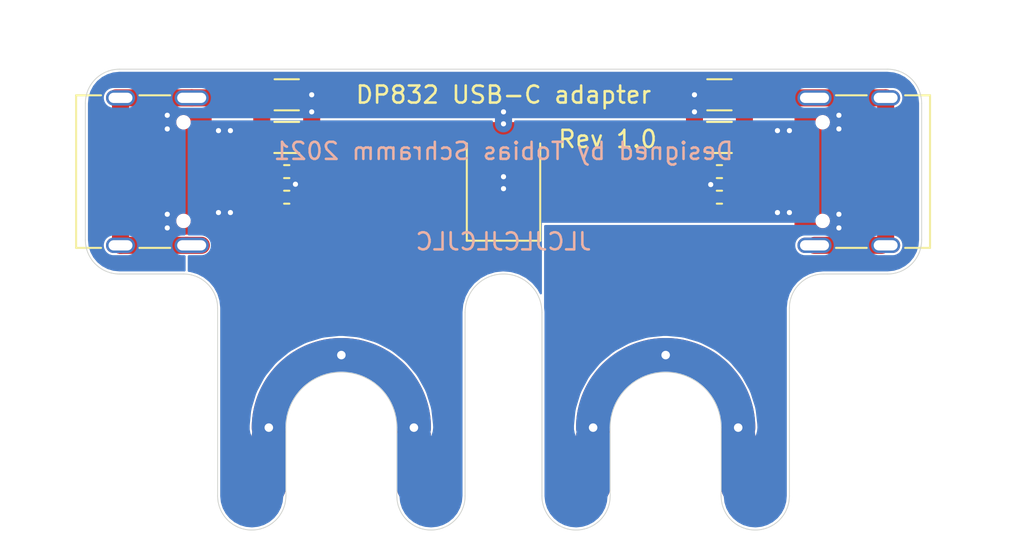
<source format=kicad_pcb>
(kicad_pcb (version 20171130) (host pcbnew 5.1.10)

  (general
    (thickness 1.6)
    (drawings 34)
    (tracks 70)
    (zones 0)
    (modules 12)
    (nets 21)
  )

  (page A4)
  (layers
    (0 F.Cu signal)
    (31 B.Cu signal)
    (32 B.Adhes user)
    (33 F.Adhes user)
    (34 B.Paste user)
    (35 F.Paste user)
    (36 B.SilkS user)
    (37 F.SilkS user)
    (38 B.Mask user)
    (39 F.Mask user)
    (40 Dwgs.User user)
    (41 Cmts.User user)
    (42 Eco1.User user)
    (43 Eco2.User user)
    (44 Edge.Cuts user)
    (45 Margin user)
    (46 B.CrtYd user)
    (47 F.CrtYd user)
    (48 B.Fab user)
    (49 F.Fab user)
  )

  (setup
    (last_trace_width 1)
    (user_trace_width 0.25)
    (user_trace_width 0.5)
    (user_trace_width 1)
    (trace_clearance 0.127)
    (zone_clearance 0.127)
    (zone_45_only no)
    (trace_min 0.127)
    (via_size 0.6)
    (via_drill 0.3)
    (via_min_size 0.6)
    (via_min_drill 0.3)
    (uvia_size 0.3)
    (uvia_drill 0.1)
    (uvias_allowed no)
    (uvia_min_size 0.2)
    (uvia_min_drill 0.1)
    (edge_width 0.05)
    (segment_width 0.2)
    (pcb_text_width 0.3)
    (pcb_text_size 1.5 1.5)
    (mod_edge_width 0.12)
    (mod_text_size 1 1)
    (mod_text_width 0.15)
    (pad_size 1.524 1.524)
    (pad_drill 0.762)
    (pad_to_mask_clearance 0)
    (aux_axis_origin 0 0)
    (visible_elements FFFFFF7F)
    (pcbplotparams
      (layerselection 0x010fc_ffffffff)
      (usegerberextensions true)
      (usegerberattributes true)
      (usegerberadvancedattributes true)
      (creategerberjobfile false)
      (excludeedgelayer true)
      (linewidth 0.100000)
      (plotframeref false)
      (viasonmask false)
      (mode 1)
      (useauxorigin false)
      (hpglpennumber 1)
      (hpglpenspeed 20)
      (hpglpendiameter 15.000000)
      (psnegative false)
      (psa4output false)
      (plotreference true)
      (plotvalue true)
      (plotinvisibletext false)
      (padsonsilk false)
      (subtractmaskfromsilk false)
      (outputformat 1)
      (mirror false)
      (drillshape 0)
      (scaleselection 1)
      (outputdirectory "fab"))
  )

  (net 0 "")
  (net 1 "Net-(C1-Pad2)")
  (net 2 GND)
  (net 3 "Net-(C2-Pad2)")
  (net 4 "Net-(J1-PadB5)")
  (net 5 "Net-(J1-PadB6)")
  (net 6 "Net-(J1-PadA8)")
  (net 7 "Net-(J1-PadA5)")
  (net 8 "Net-(J1-PadB8)")
  (net 9 "Net-(J1-PadA7)")
  (net 10 "Net-(J1-PadA6)")
  (net 11 "Net-(J1-PadB7)")
  (net 12 "Net-(J3-PadB5)")
  (net 13 "Net-(J3-PadB6)")
  (net 14 "Net-(J3-PadA8)")
  (net 15 "Net-(J3-PadA5)")
  (net 16 "Net-(J3-PadB8)")
  (net 17 "Net-(J3-PadA7)")
  (net 18 "Net-(J3-PadA6)")
  (net 19 "Net-(J3-PadB7)")
  (net 20 +5V)

  (net_class Default "This is the default net class."
    (clearance 0.127)
    (trace_width 0.127)
    (via_dia 0.6)
    (via_drill 0.3)
    (uvia_dia 0.3)
    (uvia_drill 0.1)
    (add_net +5V)
    (add_net GND)
    (add_net "Net-(C1-Pad2)")
    (add_net "Net-(C2-Pad2)")
    (add_net "Net-(J1-PadA5)")
    (add_net "Net-(J1-PadA6)")
    (add_net "Net-(J1-PadA7)")
    (add_net "Net-(J1-PadA8)")
    (add_net "Net-(J1-PadB5)")
    (add_net "Net-(J1-PadB6)")
    (add_net "Net-(J1-PadB7)")
    (add_net "Net-(J1-PadB8)")
    (add_net "Net-(J3-PadA5)")
    (add_net "Net-(J3-PadA6)")
    (add_net "Net-(J3-PadA7)")
    (add_net "Net-(J3-PadA8)")
    (add_net "Net-(J3-PadB5)")
    (add_net "Net-(J3-PadB6)")
    (add_net "Net-(J3-PadB7)")
    (add_net "Net-(J3-PadB8)")
  )

  (module rigol-psu:DP832 (layer F.Cu) (tedit 60DAED12) (tstamp 60DAACDE)
    (at 100 100)
    (path /60DB9EB8)
    (zone_connect 2)
    (fp_text reference J2 (at 0 0.5) (layer F.SilkS) hide
      (effects (font (size 1 1) (thickness 0.15)))
    )
    (fp_text value Rigol (at 0 -0.5) (layer F.Fab)
      (effects (font (size 1 1) (thickness 0.15)))
    )
    (fp_arc (start 0 0) (end 4.25 0) (angle -180) (layer F.Cu) (width 2))
    (fp_arc (start 0 0) (end 4.25 0) (angle -180) (layer B.Mask) (width 2))
    (fp_arc (start 0 0) (end 4.25 0) (angle -180) (layer F.Mask) (width 2))
    (fp_arc (start 0 0) (end 4.25 0) (angle -180) (layer B.Cu) (width 2))
    (fp_arc (start 19 0) (end 23.25 0) (angle -180) (layer B.Cu) (width 2))
    (fp_arc (start 19 0) (end 23.25 0) (angle -180) (layer B.Mask) (width 2))
    (fp_arc (start 19 0) (end 23.25 0) (angle -180) (layer F.Mask) (width 2))
    (fp_arc (start 19 0) (end 23.25 0) (angle -180) (layer F.Cu) (width 2))
    (fp_circle (center 19 0) (end 22.25 0) (layer Dwgs.User) (width 0.05))
    (fp_circle (center 0 0) (end 3.25 0) (layer Dwgs.User) (width 0.05))
    (pad 1 thru_hole circle (at 0 -4.25) (size 1 1) (drill 0.5) (layers *.Cu *.Mask)
      (net 20 +5V) (zone_connect 2))
    (pad 1 smd roundrect (at -4.25 2) (size 2 5) (layers B.Cu B.Mask) (roundrect_rratio 0.5)
      (net 20 +5V) (zone_connect 2))
    (pad 1 thru_hole circle (at -4.25 0) (size 1 1) (drill 0.5) (layers *.Cu *.Mask)
      (net 20 +5V) (zone_connect 2))
    (pad 1 smd roundrect (at 4.25 2) (size 2 5) (layers B.Cu B.Mask) (roundrect_rratio 0.5)
      (net 20 +5V) (zone_connect 2))
    (pad 1 smd roundrect (at -4.25 2) (size 2 5) (layers F.Cu F.Mask) (roundrect_rratio 0.5)
      (net 20 +5V) (zone_connect 2))
    (pad 1 smd roundrect (at 4.25 2) (size 2 5) (layers F.Cu F.Mask) (roundrect_rratio 0.5)
      (net 20 +5V) (zone_connect 2))
    (pad 1 thru_hole circle (at 4.25 0) (size 1 1) (drill 0.5) (layers *.Cu *.Mask)
      (net 20 +5V) (zone_connect 2))
    (pad 2 thru_hole circle (at 23.25 0) (size 1 1) (drill 0.5) (layers *.Cu *.Mask)
      (net 2 GND) (zone_connect 2))
    (pad 2 thru_hole circle (at 14.75 0) (size 1 1) (drill 0.5) (layers *.Cu *.Mask)
      (net 2 GND) (zone_connect 2))
    (pad 2 thru_hole circle (at 19 -4.25) (size 1 1) (drill 0.5) (layers *.Cu *.Mask)
      (net 2 GND) (zone_connect 2))
    (pad 2 smd roundrect (at 14.75 2) (size 2 5) (layers B.Cu B.Mask) (roundrect_rratio 0.5)
      (net 2 GND) (zone_connect 2))
    (pad 2 smd roundrect (at 23.25 2) (size 2 5) (layers B.Cu B.Mask) (roundrect_rratio 0.5)
      (net 2 GND) (zone_connect 2))
    (pad 2 smd roundrect (at 23.25 2) (size 2 5) (layers F.Cu F.Mask) (roundrect_rratio 0.5)
      (net 2 GND) (zone_connect 2))
    (pad 2 smd roundrect (at 14.75 2) (size 2 5) (layers F.Cu F.Mask) (roundrect_rratio 0.5)
      (net 2 GND) (zone_connect 2))
  )

  (module Resistor_SMD:R_1206_3216Metric (layer F.Cu) (tedit 5F68FEEE) (tstamp 60DAAD6E)
    (at 122.15 83)
    (descr "Resistor SMD 1206 (3216 Metric), square (rectangular) end terminal, IPC_7351 nominal, (Body size source: IPC-SM-782 page 72, https://www.pcb-3d.com/wordpress/wp-content/uploads/ipc-sm-782a_amendment_1_and_2.pdf), generated with kicad-footprint-generator")
    (tags resistor)
    (path /60DB2D0A)
    (attr smd)
    (fp_text reference R6 (at -3.25 0.05) (layer F.SilkS) hide
      (effects (font (size 1 1) (thickness 0.15)))
    )
    (fp_text value 100kR (at 0 1.82) (layer F.Fab)
      (effects (font (size 1 1) (thickness 0.15)))
    )
    (fp_text user %R (at 0 0) (layer F.Fab)
      (effects (font (size 0.8 0.8) (thickness 0.12)))
    )
    (fp_line (start -1.6 0.8) (end -1.6 -0.8) (layer F.Fab) (width 0.1))
    (fp_line (start -1.6 -0.8) (end 1.6 -0.8) (layer F.Fab) (width 0.1))
    (fp_line (start 1.6 -0.8) (end 1.6 0.8) (layer F.Fab) (width 0.1))
    (fp_line (start 1.6 0.8) (end -1.6 0.8) (layer F.Fab) (width 0.1))
    (fp_line (start -0.727064 -0.91) (end 0.727064 -0.91) (layer F.SilkS) (width 0.12))
    (fp_line (start -0.727064 0.91) (end 0.727064 0.91) (layer F.SilkS) (width 0.12))
    (fp_line (start -2.28 1.12) (end -2.28 -1.12) (layer F.CrtYd) (width 0.05))
    (fp_line (start -2.28 -1.12) (end 2.28 -1.12) (layer F.CrtYd) (width 0.05))
    (fp_line (start 2.28 -1.12) (end 2.28 1.12) (layer F.CrtYd) (width 0.05))
    (fp_line (start 2.28 1.12) (end -2.28 1.12) (layer F.CrtYd) (width 0.05))
    (pad 2 smd roundrect (at 1.4625 0) (size 1.125 1.75) (layers F.Cu F.Paste F.Mask) (roundrect_rratio 0.2222213333333333)
      (net 3 "Net-(C2-Pad2)"))
    (pad 1 smd roundrect (at -1.4625 0) (size 1.125 1.75) (layers F.Cu F.Paste F.Mask) (roundrect_rratio 0.2222213333333333)
      (net 2 GND))
    (model ${KISYS3DMOD}/Resistor_SMD.3dshapes/R_1206_3216Metric.wrl
      (at (xyz 0 0 0))
      (scale (xyz 1 1 1))
      (rotate (xyz 0 0 0))
    )
  )

  (module Resistor_SMD:R_0402_1005Metric (layer F.Cu) (tedit 5F68FEEE) (tstamp 60DAAD5D)
    (at 122.15 85)
    (descr "Resistor SMD 0402 (1005 Metric), square (rectangular) end terminal, IPC_7351 nominal, (Body size source: IPC-SM-782 page 72, https://www.pcb-3d.com/wordpress/wp-content/uploads/ipc-sm-782a_amendment_1_and_2.pdf), generated with kicad-footprint-generator")
    (tags resistor)
    (path /60DB2CE7)
    (attr smd)
    (fp_text reference R5 (at -1.9 0) (layer F.SilkS) hide
      (effects (font (size 1 1) (thickness 0.15)))
    )
    (fp_text value 5.1kR (at 0 1.17) (layer F.Fab)
      (effects (font (size 1 1) (thickness 0.15)))
    )
    (fp_text user %R (at 0 0) (layer F.Fab)
      (effects (font (size 0.26 0.26) (thickness 0.04)))
    )
    (fp_line (start -0.525 0.27) (end -0.525 -0.27) (layer F.Fab) (width 0.1))
    (fp_line (start -0.525 -0.27) (end 0.525 -0.27) (layer F.Fab) (width 0.1))
    (fp_line (start 0.525 -0.27) (end 0.525 0.27) (layer F.Fab) (width 0.1))
    (fp_line (start 0.525 0.27) (end -0.525 0.27) (layer F.Fab) (width 0.1))
    (fp_line (start -0.153641 -0.38) (end 0.153641 -0.38) (layer F.SilkS) (width 0.12))
    (fp_line (start -0.153641 0.38) (end 0.153641 0.38) (layer F.SilkS) (width 0.12))
    (fp_line (start -0.93 0.47) (end -0.93 -0.47) (layer F.CrtYd) (width 0.05))
    (fp_line (start -0.93 -0.47) (end 0.93 -0.47) (layer F.CrtYd) (width 0.05))
    (fp_line (start 0.93 -0.47) (end 0.93 0.47) (layer F.CrtYd) (width 0.05))
    (fp_line (start 0.93 0.47) (end -0.93 0.47) (layer F.CrtYd) (width 0.05))
    (pad 2 smd roundrect (at 0.51 0) (size 0.54 0.64) (layers F.Cu F.Paste F.Mask) (roundrect_rratio 0.25)
      (net 12 "Net-(J3-PadB5)"))
    (pad 1 smd roundrect (at -0.51 0) (size 0.54 0.64) (layers F.Cu F.Paste F.Mask) (roundrect_rratio 0.25)
      (net 20 +5V))
    (model ${KISYS3DMOD}/Resistor_SMD.3dshapes/R_0402_1005Metric.wrl
      (at (xyz 0 0 0))
      (scale (xyz 1 1 1))
      (rotate (xyz 0 0 0))
    )
  )

  (module Resistor_SMD:R_0402_1005Metric (layer F.Cu) (tedit 5F68FEEE) (tstamp 60DAAD4C)
    (at 122.15 86.5)
    (descr "Resistor SMD 0402 (1005 Metric), square (rectangular) end terminal, IPC_7351 nominal, (Body size source: IPC-SM-782 page 72, https://www.pcb-3d.com/wordpress/wp-content/uploads/ipc-sm-782a_amendment_1_and_2.pdf), generated with kicad-footprint-generator")
    (tags resistor)
    (path /60DB2CEE)
    (attr smd)
    (fp_text reference R4 (at -1.9 0) (layer F.SilkS) hide
      (effects (font (size 1 1) (thickness 0.15)))
    )
    (fp_text value 5.1kR (at 0 1.17) (layer F.Fab)
      (effects (font (size 1 1) (thickness 0.15)))
    )
    (fp_text user %R (at 0 0) (layer F.Fab)
      (effects (font (size 0.26 0.26) (thickness 0.04)))
    )
    (fp_line (start -0.525 0.27) (end -0.525 -0.27) (layer F.Fab) (width 0.1))
    (fp_line (start -0.525 -0.27) (end 0.525 -0.27) (layer F.Fab) (width 0.1))
    (fp_line (start 0.525 -0.27) (end 0.525 0.27) (layer F.Fab) (width 0.1))
    (fp_line (start 0.525 0.27) (end -0.525 0.27) (layer F.Fab) (width 0.1))
    (fp_line (start -0.153641 -0.38) (end 0.153641 -0.38) (layer F.SilkS) (width 0.12))
    (fp_line (start -0.153641 0.38) (end 0.153641 0.38) (layer F.SilkS) (width 0.12))
    (fp_line (start -0.93 0.47) (end -0.93 -0.47) (layer F.CrtYd) (width 0.05))
    (fp_line (start -0.93 -0.47) (end 0.93 -0.47) (layer F.CrtYd) (width 0.05))
    (fp_line (start 0.93 -0.47) (end 0.93 0.47) (layer F.CrtYd) (width 0.05))
    (fp_line (start 0.93 0.47) (end -0.93 0.47) (layer F.CrtYd) (width 0.05))
    (pad 2 smd roundrect (at 0.51 0) (size 0.54 0.64) (layers F.Cu F.Paste F.Mask) (roundrect_rratio 0.25)
      (net 15 "Net-(J3-PadA5)"))
    (pad 1 smd roundrect (at -0.51 0) (size 0.54 0.64) (layers F.Cu F.Paste F.Mask) (roundrect_rratio 0.25)
      (net 20 +5V))
    (model ${KISYS3DMOD}/Resistor_SMD.3dshapes/R_0402_1005Metric.wrl
      (at (xyz 0 0 0))
      (scale (xyz 1 1 1))
      (rotate (xyz 0 0 0))
    )
  )

  (module Resistor_SMD:R_0402_1005Metric (layer F.Cu) (tedit 5F68FEEE) (tstamp 60DAAD3B)
    (at 96.8 86.5 180)
    (descr "Resistor SMD 0402 (1005 Metric), square (rectangular) end terminal, IPC_7351 nominal, (Body size source: IPC-SM-782 page 72, https://www.pcb-3d.com/wordpress/wp-content/uploads/ipc-sm-782a_amendment_1_and_2.pdf), generated with kicad-footprint-generator")
    (tags resistor)
    (path /60DA5B22)
    (attr smd)
    (fp_text reference R3 (at 0 -1.17) (layer F.SilkS) hide
      (effects (font (size 1 1) (thickness 0.15)))
    )
    (fp_text value 5.1kR (at 0 1.17) (layer F.Fab)
      (effects (font (size 1 1) (thickness 0.15)))
    )
    (fp_text user %R (at 0 0) (layer F.Fab)
      (effects (font (size 0.26 0.26) (thickness 0.04)))
    )
    (fp_line (start -0.525 0.27) (end -0.525 -0.27) (layer F.Fab) (width 0.1))
    (fp_line (start -0.525 -0.27) (end 0.525 -0.27) (layer F.Fab) (width 0.1))
    (fp_line (start 0.525 -0.27) (end 0.525 0.27) (layer F.Fab) (width 0.1))
    (fp_line (start 0.525 0.27) (end -0.525 0.27) (layer F.Fab) (width 0.1))
    (fp_line (start -0.153641 -0.38) (end 0.153641 -0.38) (layer F.SilkS) (width 0.12))
    (fp_line (start -0.153641 0.38) (end 0.153641 0.38) (layer F.SilkS) (width 0.12))
    (fp_line (start -0.93 0.47) (end -0.93 -0.47) (layer F.CrtYd) (width 0.05))
    (fp_line (start -0.93 -0.47) (end 0.93 -0.47) (layer F.CrtYd) (width 0.05))
    (fp_line (start 0.93 -0.47) (end 0.93 0.47) (layer F.CrtYd) (width 0.05))
    (fp_line (start 0.93 0.47) (end -0.93 0.47) (layer F.CrtYd) (width 0.05))
    (pad 2 smd roundrect (at 0.51 0 180) (size 0.54 0.64) (layers F.Cu F.Paste F.Mask) (roundrect_rratio 0.25)
      (net 4 "Net-(J1-PadB5)"))
    (pad 1 smd roundrect (at -0.51 0 180) (size 0.54 0.64) (layers F.Cu F.Paste F.Mask) (roundrect_rratio 0.25)
      (net 20 +5V))
    (model ${KISYS3DMOD}/Resistor_SMD.3dshapes/R_0402_1005Metric.wrl
      (at (xyz 0 0 0))
      (scale (xyz 1 1 1))
      (rotate (xyz 0 0 0))
    )
  )

  (module Resistor_SMD:R_0402_1005Metric (layer F.Cu) (tedit 5F68FEEE) (tstamp 60DAAD2A)
    (at 96.8 85 180)
    (descr "Resistor SMD 0402 (1005 Metric), square (rectangular) end terminal, IPC_7351 nominal, (Body size source: IPC-SM-782 page 72, https://www.pcb-3d.com/wordpress/wp-content/uploads/ipc-sm-782a_amendment_1_and_2.pdf), generated with kicad-footprint-generator")
    (tags resistor)
    (path /60DA656F)
    (attr smd)
    (fp_text reference R2 (at 0 -1.17) (layer F.SilkS) hide
      (effects (font (size 1 1) (thickness 0.15)))
    )
    (fp_text value 5.1kR (at 0 1.17) (layer F.Fab)
      (effects (font (size 1 1) (thickness 0.15)))
    )
    (fp_text user %R (at 0 0) (layer F.Fab)
      (effects (font (size 0.26 0.26) (thickness 0.04)))
    )
    (fp_line (start -0.525 0.27) (end -0.525 -0.27) (layer F.Fab) (width 0.1))
    (fp_line (start -0.525 -0.27) (end 0.525 -0.27) (layer F.Fab) (width 0.1))
    (fp_line (start 0.525 -0.27) (end 0.525 0.27) (layer F.Fab) (width 0.1))
    (fp_line (start 0.525 0.27) (end -0.525 0.27) (layer F.Fab) (width 0.1))
    (fp_line (start -0.153641 -0.38) (end 0.153641 -0.38) (layer F.SilkS) (width 0.12))
    (fp_line (start -0.153641 0.38) (end 0.153641 0.38) (layer F.SilkS) (width 0.12))
    (fp_line (start -0.93 0.47) (end -0.93 -0.47) (layer F.CrtYd) (width 0.05))
    (fp_line (start -0.93 -0.47) (end 0.93 -0.47) (layer F.CrtYd) (width 0.05))
    (fp_line (start 0.93 -0.47) (end 0.93 0.47) (layer F.CrtYd) (width 0.05))
    (fp_line (start 0.93 0.47) (end -0.93 0.47) (layer F.CrtYd) (width 0.05))
    (pad 2 smd roundrect (at 0.51 0 180) (size 0.54 0.64) (layers F.Cu F.Paste F.Mask) (roundrect_rratio 0.25)
      (net 7 "Net-(J1-PadA5)"))
    (pad 1 smd roundrect (at -0.51 0 180) (size 0.54 0.64) (layers F.Cu F.Paste F.Mask) (roundrect_rratio 0.25)
      (net 20 +5V))
    (model ${KISYS3DMOD}/Resistor_SMD.3dshapes/R_0402_1005Metric.wrl
      (at (xyz 0 0 0))
      (scale (xyz 1 1 1))
      (rotate (xyz 0 0 0))
    )
  )

  (module Resistor_SMD:R_1206_3216Metric (layer F.Cu) (tedit 5F68FEEE) (tstamp 60DAAD19)
    (at 96.8 83 180)
    (descr "Resistor SMD 1206 (3216 Metric), square (rectangular) end terminal, IPC_7351 nominal, (Body size source: IPC-SM-782 page 72, https://www.pcb-3d.com/wordpress/wp-content/uploads/ipc-sm-782a_amendment_1_and_2.pdf), generated with kicad-footprint-generator")
    (tags resistor)
    (path /60DA946F)
    (attr smd)
    (fp_text reference R1 (at 0 -1.82) (layer F.SilkS) hide
      (effects (font (size 1 1) (thickness 0.15)))
    )
    (fp_text value 100kR (at 0 1.82) (layer F.Fab)
      (effects (font (size 1 1) (thickness 0.15)))
    )
    (fp_text user %R (at 0 0) (layer F.Fab)
      (effects (font (size 0.8 0.8) (thickness 0.12)))
    )
    (fp_line (start -1.6 0.8) (end -1.6 -0.8) (layer F.Fab) (width 0.1))
    (fp_line (start -1.6 -0.8) (end 1.6 -0.8) (layer F.Fab) (width 0.1))
    (fp_line (start 1.6 -0.8) (end 1.6 0.8) (layer F.Fab) (width 0.1))
    (fp_line (start 1.6 0.8) (end -1.6 0.8) (layer F.Fab) (width 0.1))
    (fp_line (start -0.727064 -0.91) (end 0.727064 -0.91) (layer F.SilkS) (width 0.12))
    (fp_line (start -0.727064 0.91) (end 0.727064 0.91) (layer F.SilkS) (width 0.12))
    (fp_line (start -2.28 1.12) (end -2.28 -1.12) (layer F.CrtYd) (width 0.05))
    (fp_line (start -2.28 -1.12) (end 2.28 -1.12) (layer F.CrtYd) (width 0.05))
    (fp_line (start 2.28 -1.12) (end 2.28 1.12) (layer F.CrtYd) (width 0.05))
    (fp_line (start 2.28 1.12) (end -2.28 1.12) (layer F.CrtYd) (width 0.05))
    (pad 2 smd roundrect (at 1.4625 0 180) (size 1.125 1.75) (layers F.Cu F.Paste F.Mask) (roundrect_rratio 0.2222213333333333)
      (net 1 "Net-(C1-Pad2)"))
    (pad 1 smd roundrect (at -1.4625 0 180) (size 1.125 1.75) (layers F.Cu F.Paste F.Mask) (roundrect_rratio 0.2222213333333333)
      (net 2 GND))
    (model ${KISYS3DMOD}/Resistor_SMD.3dshapes/R_1206_3216Metric.wrl
      (at (xyz 0 0 0))
      (scale (xyz 1 1 1))
      (rotate (xyz 0 0 0))
    )
  )

  (module Connector_USB:USB_C_Receptacle_Palconn_UTC16-G (layer F.Cu) (tedit 5CF432E0) (tstamp 60DAAD08)
    (at 129.65 85 90)
    (descr http://www.palpilot.com/wp-content/uploads/2017/05/UTC027-GKN-OR-Rev-A.pdf)
    (tags "USB C Type-C Receptacle USB2.0")
    (path /60DB2CE0)
    (attr smd)
    (fp_text reference J3 (at 0 -4.58 90) (layer F.SilkS) hide
      (effects (font (size 1 1) (thickness 0.15)))
    )
    (fp_text value USB_C_Receptacle_USB2.0 (at 0 6.24 90) (layer F.Fab)
      (effects (font (size 1 1) (thickness 0.15)))
    )
    (fp_text user "PCB Edge" (at 0 3.43 90) (layer Dwgs.User)
      (effects (font (size 1 1) (thickness 0.15)))
    )
    (fp_text user %R (at 0 1.18 90) (layer F.Fab)
      (effects (font (size 1 1) (thickness 0.15)))
    )
    (fp_line (start 4.47 4.84) (end -4.47 4.84) (layer F.SilkS) (width 0.12))
    (fp_line (start 4.47 -0.67) (end 4.47 1.13) (layer F.SilkS) (width 0.12))
    (fp_line (start 4.47 4.84) (end 4.47 3.38) (layer F.SilkS) (width 0.12))
    (fp_line (start -4.47 4.84) (end -4.47 3.38) (layer F.SilkS) (width 0.12))
    (fp_line (start -4.47 -0.67) (end -4.47 1.13) (layer F.SilkS) (width 0.12))
    (fp_line (start -4.47 4.34) (end 4.47 4.34) (layer Dwgs.User) (width 0.1))
    (fp_line (start 5.27 5.34) (end 5.27 -3.59) (layer F.CrtYd) (width 0.05))
    (fp_line (start 5.27 -3.59) (end -5.27 -3.59) (layer F.CrtYd) (width 0.05))
    (fp_line (start -5.27 -3.59) (end -5.27 5.34) (layer F.CrtYd) (width 0.05))
    (fp_line (start -5.27 5.34) (end 5.27 5.34) (layer F.CrtYd) (width 0.05))
    (fp_line (start -4.47 -2.48) (end -4.47 4.84) (layer F.Fab) (width 0.1))
    (fp_line (start 4.47 4.84) (end -4.47 4.84) (layer F.Fab) (width 0.1))
    (fp_line (start 4.47 -2.48) (end 4.47 4.84) (layer F.Fab) (width 0.1))
    (fp_line (start -4.47 -2.48) (end 4.47 -2.48) (layer F.Fab) (width 0.1))
    (pad A12 smd rect (at 3.2 -2.51 90) (size 0.6 1.16) (layers F.Cu F.Paste F.Mask)
      (net 2 GND))
    (pad A9 smd rect (at 2.4 -2.51 90) (size 0.6 1.16) (layers F.Cu F.Paste F.Mask)
      (net 20 +5V))
    (pad B1 smd rect (at 3.2 -2.51 90) (size 0.6 1.16) (layers F.Cu F.Paste F.Mask)
      (net 2 GND))
    (pad B4 smd rect (at 2.4 -2.51 90) (size 0.6 1.16) (layers F.Cu F.Paste F.Mask)
      (net 20 +5V))
    (pad B12 smd rect (at -3.2 -2.51 90) (size 0.6 1.16) (layers F.Cu F.Paste F.Mask)
      (net 2 GND))
    (pad A1 smd rect (at -3.2 -2.51 90) (size 0.6 1.16) (layers F.Cu F.Paste F.Mask)
      (net 2 GND))
    (pad B9 smd rect (at -2.4 -2.51 90) (size 0.6 1.16) (layers F.Cu F.Paste F.Mask)
      (net 20 +5V))
    (pad A4 smd rect (at -2.4 -2.51 90) (size 0.6 1.16) (layers F.Cu F.Paste F.Mask)
      (net 20 +5V))
    (pad "" np_thru_hole circle (at -2.89 -1.45 270) (size 0.6 0.6) (drill 0.6) (layers *.Cu *.Mask))
    (pad "" np_thru_hole circle (at 2.89 -1.45 270) (size 0.6 0.6) (drill 0.6) (layers *.Cu *.Mask))
    (pad B5 smd rect (at 1.75 -2.51 270) (size 0.3 1.16) (layers F.Cu F.Paste F.Mask)
      (net 12 "Net-(J3-PadB5)"))
    (pad B6 smd rect (at 0.75 -2.51 270) (size 0.3 1.16) (layers F.Cu F.Paste F.Mask)
      (net 13 "Net-(J3-PadB6)"))
    (pad A8 smd rect (at 1.25 -2.51 270) (size 0.3 1.16) (layers F.Cu F.Paste F.Mask)
      (net 14 "Net-(J3-PadA8)"))
    (pad A5 smd rect (at -1.25 -2.51 270) (size 0.3 1.16) (layers F.Cu F.Paste F.Mask)
      (net 15 "Net-(J3-PadA5)"))
    (pad B8 smd rect (at -1.75 -2.51 270) (size 0.3 1.16) (layers F.Cu F.Paste F.Mask)
      (net 16 "Net-(J3-PadB8)"))
    (pad A7 smd rect (at 0.25 -2.51 270) (size 0.3 1.16) (layers F.Cu F.Paste F.Mask)
      (net 17 "Net-(J3-PadA7)"))
    (pad A6 smd rect (at -0.25 -2.51 270) (size 0.3 1.16) (layers F.Cu F.Paste F.Mask)
      (net 18 "Net-(J3-PadA6)"))
    (pad B7 smd rect (at -0.75 -2.51 270) (size 0.3 1.16) (layers F.Cu F.Paste F.Mask)
      (net 19 "Net-(J3-PadB7)"))
    (pad S1 thru_hole oval (at 4.32 2.24 180) (size 1.7 0.9) (drill oval 1.4 0.6) (layers *.Cu *.Mask)
      (net 3 "Net-(C2-Pad2)"))
    (pad S1 thru_hole oval (at -4.32 2.24 180) (size 1.7 0.9) (drill oval 1.4 0.6) (layers *.Cu *.Mask)
      (net 3 "Net-(C2-Pad2)"))
    (pad S1 thru_hole oval (at 4.32 -1.93 180) (size 2 0.9) (drill oval 1.7 0.6) (layers *.Cu *.Mask)
      (net 3 "Net-(C2-Pad2)"))
    (pad S1 thru_hole oval (at -4.32 -1.93 180) (size 2 0.9) (drill oval 1.7 0.6) (layers *.Cu *.Mask)
      (net 3 "Net-(C2-Pad2)"))
    (model ${KISYS3DMOD}/Connector_USB.3dshapes/USB_C_Receptacle_Palconn_UTC16-G.wrl
      (at (xyz 0 0 0))
      (scale (xyz 1 1 1))
      (rotate (xyz 0 0 0))
    )
    (model ${KIPRJMOD}/lib/3rdparty/usb_typec_16pin.step
      (offset (xyz 0 2.2 1.5))
      (scale (xyz 1 1 1))
      (rotate (xyz -180 0 0))
    )
  )

  (module Connector_USB:USB_C_Receptacle_Palconn_UTC16-G (layer F.Cu) (tedit 5CF432E0) (tstamp 60DAACC2)
    (at 89.3 85 270)
    (descr http://www.palpilot.com/wp-content/uploads/2017/05/UTC027-GKN-OR-Rev-A.pdf)
    (tags "USB C Type-C Receptacle USB2.0")
    (path /60DA4C0D)
    (attr smd)
    (fp_text reference J1 (at 0 -4.58 90) (layer F.SilkS) hide
      (effects (font (size 1 1) (thickness 0.15)))
    )
    (fp_text value USB_C_Receptacle_USB2.0 (at 0 6.24 90) (layer F.Fab)
      (effects (font (size 1 1) (thickness 0.15)))
    )
    (fp_text user "PCB Edge" (at 0 3.43 90) (layer Dwgs.User)
      (effects (font (size 1 1) (thickness 0.15)))
    )
    (fp_text user %R (at 0 1.18 90) (layer F.Fab)
      (effects (font (size 1 1) (thickness 0.15)))
    )
    (fp_line (start 4.47 4.84) (end -4.47 4.84) (layer F.SilkS) (width 0.12))
    (fp_line (start 4.47 -0.67) (end 4.47 1.13) (layer F.SilkS) (width 0.12))
    (fp_line (start 4.47 4.84) (end 4.47 3.38) (layer F.SilkS) (width 0.12))
    (fp_line (start -4.47 4.84) (end -4.47 3.38) (layer F.SilkS) (width 0.12))
    (fp_line (start -4.47 -0.67) (end -4.47 1.13) (layer F.SilkS) (width 0.12))
    (fp_line (start -4.47 4.34) (end 4.47 4.34) (layer Dwgs.User) (width 0.1))
    (fp_line (start 5.27 5.34) (end 5.27 -3.59) (layer F.CrtYd) (width 0.05))
    (fp_line (start 5.27 -3.59) (end -5.27 -3.59) (layer F.CrtYd) (width 0.05))
    (fp_line (start -5.27 -3.59) (end -5.27 5.34) (layer F.CrtYd) (width 0.05))
    (fp_line (start -5.27 5.34) (end 5.27 5.34) (layer F.CrtYd) (width 0.05))
    (fp_line (start -4.47 -2.48) (end -4.47 4.84) (layer F.Fab) (width 0.1))
    (fp_line (start 4.47 4.84) (end -4.47 4.84) (layer F.Fab) (width 0.1))
    (fp_line (start 4.47 -2.48) (end 4.47 4.84) (layer F.Fab) (width 0.1))
    (fp_line (start -4.47 -2.48) (end 4.47 -2.48) (layer F.Fab) (width 0.1))
    (pad A12 smd rect (at 3.2 -2.51 270) (size 0.6 1.16) (layers F.Cu F.Paste F.Mask)
      (net 2 GND))
    (pad A9 smd rect (at 2.4 -2.51 270) (size 0.6 1.16) (layers F.Cu F.Paste F.Mask)
      (net 20 +5V))
    (pad B1 smd rect (at 3.2 -2.51 270) (size 0.6 1.16) (layers F.Cu F.Paste F.Mask)
      (net 2 GND))
    (pad B4 smd rect (at 2.4 -2.51 270) (size 0.6 1.16) (layers F.Cu F.Paste F.Mask)
      (net 20 +5V))
    (pad B12 smd rect (at -3.2 -2.51 270) (size 0.6 1.16) (layers F.Cu F.Paste F.Mask)
      (net 2 GND))
    (pad A1 smd rect (at -3.2 -2.51 270) (size 0.6 1.16) (layers F.Cu F.Paste F.Mask)
      (net 2 GND))
    (pad B9 smd rect (at -2.4 -2.51 270) (size 0.6 1.16) (layers F.Cu F.Paste F.Mask)
      (net 20 +5V))
    (pad A4 smd rect (at -2.4 -2.51 270) (size 0.6 1.16) (layers F.Cu F.Paste F.Mask)
      (net 20 +5V))
    (pad "" np_thru_hole circle (at -2.89 -1.45 90) (size 0.6 0.6) (drill 0.6) (layers *.Cu *.Mask))
    (pad "" np_thru_hole circle (at 2.89 -1.45 90) (size 0.6 0.6) (drill 0.6) (layers *.Cu *.Mask))
    (pad B5 smd rect (at 1.75 -2.51 90) (size 0.3 1.16) (layers F.Cu F.Paste F.Mask)
      (net 4 "Net-(J1-PadB5)"))
    (pad B6 smd rect (at 0.75 -2.51 90) (size 0.3 1.16) (layers F.Cu F.Paste F.Mask)
      (net 5 "Net-(J1-PadB6)"))
    (pad A8 smd rect (at 1.25 -2.51 90) (size 0.3 1.16) (layers F.Cu F.Paste F.Mask)
      (net 6 "Net-(J1-PadA8)"))
    (pad A5 smd rect (at -1.25 -2.51 90) (size 0.3 1.16) (layers F.Cu F.Paste F.Mask)
      (net 7 "Net-(J1-PadA5)"))
    (pad B8 smd rect (at -1.75 -2.51 90) (size 0.3 1.16) (layers F.Cu F.Paste F.Mask)
      (net 8 "Net-(J1-PadB8)"))
    (pad A7 smd rect (at 0.25 -2.51 90) (size 0.3 1.16) (layers F.Cu F.Paste F.Mask)
      (net 9 "Net-(J1-PadA7)"))
    (pad A6 smd rect (at -0.25 -2.51 90) (size 0.3 1.16) (layers F.Cu F.Paste F.Mask)
      (net 10 "Net-(J1-PadA6)"))
    (pad B7 smd rect (at -0.75 -2.51 90) (size 0.3 1.16) (layers F.Cu F.Paste F.Mask)
      (net 11 "Net-(J1-PadB7)"))
    (pad S1 thru_hole oval (at 4.32 2.24) (size 1.7 0.9) (drill oval 1.4 0.6) (layers *.Cu *.Mask)
      (net 1 "Net-(C1-Pad2)"))
    (pad S1 thru_hole oval (at -4.32 2.24) (size 1.7 0.9) (drill oval 1.4 0.6) (layers *.Cu *.Mask)
      (net 1 "Net-(C1-Pad2)"))
    (pad S1 thru_hole oval (at 4.32 -1.93) (size 2 0.9) (drill oval 1.7 0.6) (layers *.Cu *.Mask)
      (net 1 "Net-(C1-Pad2)"))
    (pad S1 thru_hole oval (at -4.32 -1.93) (size 2 0.9) (drill oval 1.7 0.6) (layers *.Cu *.Mask)
      (net 1 "Net-(C1-Pad2)"))
    (model ${KISYS3DMOD}/Connector_USB.3dshapes/USB_C_Receptacle_Palconn_UTC16-G.wrl
      (at (xyz 0 0 0))
      (scale (xyz 1 1 1))
      (rotate (xyz 0 0 0))
    )
    (model ${KIPRJMOD}/lib/3rdparty/usb_typec_16pin.step
      (offset (xyz 0 2.2 1.5))
      (scale (xyz 1 1 1))
      (rotate (xyz -180 0 0))
    )
  )

  (module Diode_SMD:D_SMB (layer F.Cu) (tedit 58645DF3) (tstamp 60DAAC98)
    (at 109.5 85.5 90)
    (descr "Diode SMB (DO-214AA)")
    (tags "Diode SMB (DO-214AA)")
    (path /60DB3868)
    (attr smd)
    (fp_text reference D1 (at 0 -3 90) (layer F.SilkS) hide
      (effects (font (size 1 1) (thickness 0.15)))
    )
    (fp_text value P6SMB6.8CA (at 0 3.1 90) (layer F.Fab)
      (effects (font (size 1 1) (thickness 0.15)))
    )
    (fp_text user %R (at 0 -3 90) (layer F.Fab)
      (effects (font (size 1 1) (thickness 0.15)))
    )
    (fp_line (start -3.55 -2.15) (end -3.55 2.15) (layer F.SilkS) (width 0.12))
    (fp_line (start 2.3 2) (end -2.3 2) (layer F.Fab) (width 0.1))
    (fp_line (start -2.3 2) (end -2.3 -2) (layer F.Fab) (width 0.1))
    (fp_line (start 2.3 -2) (end 2.3 2) (layer F.Fab) (width 0.1))
    (fp_line (start 2.3 -2) (end -2.3 -2) (layer F.Fab) (width 0.1))
    (fp_line (start -3.65 -2.25) (end 3.65 -2.25) (layer F.CrtYd) (width 0.05))
    (fp_line (start 3.65 -2.25) (end 3.65 2.25) (layer F.CrtYd) (width 0.05))
    (fp_line (start 3.65 2.25) (end -3.65 2.25) (layer F.CrtYd) (width 0.05))
    (fp_line (start -3.65 2.25) (end -3.65 -2.25) (layer F.CrtYd) (width 0.05))
    (fp_line (start -0.64944 0.00102) (end -1.55114 0.00102) (layer F.Fab) (width 0.1))
    (fp_line (start 0.50118 0.00102) (end 1.4994 0.00102) (layer F.Fab) (width 0.1))
    (fp_line (start -0.64944 -0.79908) (end -0.64944 0.80112) (layer F.Fab) (width 0.1))
    (fp_line (start 0.50118 0.75032) (end 0.50118 -0.79908) (layer F.Fab) (width 0.1))
    (fp_line (start -0.64944 0.00102) (end 0.50118 0.75032) (layer F.Fab) (width 0.1))
    (fp_line (start -0.64944 0.00102) (end 0.50118 -0.79908) (layer F.Fab) (width 0.1))
    (fp_line (start -3.55 2.15) (end 2.15 2.15) (layer F.SilkS) (width 0.12))
    (fp_line (start -3.55 -2.15) (end 2.15 -2.15) (layer F.SilkS) (width 0.12))
    (pad 2 smd rect (at 2.15 0 90) (size 2.5 2.3) (layers F.Cu F.Paste F.Mask)
      (net 2 GND))
    (pad 1 smd rect (at -2.15 0 90) (size 2.5 2.3) (layers F.Cu F.Paste F.Mask)
      (net 20 +5V))
    (model ${KISYS3DMOD}/Diode_SMD.3dshapes/D_SMB.wrl
      (at (xyz 0 0 0))
      (scale (xyz 1 1 1))
      (rotate (xyz 0 0 0))
    )
  )

  (module Capacitor_SMD:C_1206_3216Metric (layer F.Cu) (tedit 5F68FEEE) (tstamp 60DAAC80)
    (at 122.15 80.5)
    (descr "Capacitor SMD 1206 (3216 Metric), square (rectangular) end terminal, IPC_7351 nominal, (Body size source: IPC-SM-782 page 76, https://www.pcb-3d.com/wordpress/wp-content/uploads/ipc-sm-782a_amendment_1_and_2.pdf), generated with kicad-footprint-generator")
    (tags capacitor)
    (path /60DB2D03)
    (attr smd)
    (fp_text reference C2 (at 0 -1.85) (layer F.SilkS) hide
      (effects (font (size 1 1) (thickness 0.15)))
    )
    (fp_text value 1nF (at 0 1.85) (layer F.Fab)
      (effects (font (size 1 1) (thickness 0.15)))
    )
    (fp_text user %R (at 0 0) (layer F.Fab)
      (effects (font (size 0.8 0.8) (thickness 0.12)))
    )
    (fp_line (start -1.6 0.8) (end -1.6 -0.8) (layer F.Fab) (width 0.1))
    (fp_line (start -1.6 -0.8) (end 1.6 -0.8) (layer F.Fab) (width 0.1))
    (fp_line (start 1.6 -0.8) (end 1.6 0.8) (layer F.Fab) (width 0.1))
    (fp_line (start 1.6 0.8) (end -1.6 0.8) (layer F.Fab) (width 0.1))
    (fp_line (start -0.711252 -0.91) (end 0.711252 -0.91) (layer F.SilkS) (width 0.12))
    (fp_line (start -0.711252 0.91) (end 0.711252 0.91) (layer F.SilkS) (width 0.12))
    (fp_line (start -2.3 1.15) (end -2.3 -1.15) (layer F.CrtYd) (width 0.05))
    (fp_line (start -2.3 -1.15) (end 2.3 -1.15) (layer F.CrtYd) (width 0.05))
    (fp_line (start 2.3 -1.15) (end 2.3 1.15) (layer F.CrtYd) (width 0.05))
    (fp_line (start 2.3 1.15) (end -2.3 1.15) (layer F.CrtYd) (width 0.05))
    (pad 2 smd roundrect (at 1.475 0) (size 1.15 1.8) (layers F.Cu F.Paste F.Mask) (roundrect_rratio 0.2173904347826087)
      (net 3 "Net-(C2-Pad2)"))
    (pad 1 smd roundrect (at -1.475 0) (size 1.15 1.8) (layers F.Cu F.Paste F.Mask) (roundrect_rratio 0.2173904347826087)
      (net 2 GND))
    (model ${KISYS3DMOD}/Capacitor_SMD.3dshapes/C_1206_3216Metric.wrl
      (at (xyz 0 0 0))
      (scale (xyz 1 1 1))
      (rotate (xyz 0 0 0))
    )
  )

  (module Capacitor_SMD:C_1206_3216Metric (layer F.Cu) (tedit 5F68FEEE) (tstamp 60DAAC6F)
    (at 96.8 80.5 180)
    (descr "Capacitor SMD 1206 (3216 Metric), square (rectangular) end terminal, IPC_7351 nominal, (Body size source: IPC-SM-782 page 76, https://www.pcb-3d.com/wordpress/wp-content/uploads/ipc-sm-782a_amendment_1_and_2.pdf), generated with kicad-footprint-generator")
    (tags capacitor)
    (path /60DA87B0)
    (attr smd)
    (fp_text reference C1 (at 0 -1.85) (layer F.SilkS) hide
      (effects (font (size 1 1) (thickness 0.15)))
    )
    (fp_text value 1nF (at 0 1.85) (layer F.Fab)
      (effects (font (size 1 1) (thickness 0.15)))
    )
    (fp_text user %R (at 0 0) (layer F.Fab)
      (effects (font (size 0.8 0.8) (thickness 0.12)))
    )
    (fp_line (start -1.6 0.8) (end -1.6 -0.8) (layer F.Fab) (width 0.1))
    (fp_line (start -1.6 -0.8) (end 1.6 -0.8) (layer F.Fab) (width 0.1))
    (fp_line (start 1.6 -0.8) (end 1.6 0.8) (layer F.Fab) (width 0.1))
    (fp_line (start 1.6 0.8) (end -1.6 0.8) (layer F.Fab) (width 0.1))
    (fp_line (start -0.711252 -0.91) (end 0.711252 -0.91) (layer F.SilkS) (width 0.12))
    (fp_line (start -0.711252 0.91) (end 0.711252 0.91) (layer F.SilkS) (width 0.12))
    (fp_line (start -2.3 1.15) (end -2.3 -1.15) (layer F.CrtYd) (width 0.05))
    (fp_line (start -2.3 -1.15) (end 2.3 -1.15) (layer F.CrtYd) (width 0.05))
    (fp_line (start 2.3 -1.15) (end 2.3 1.15) (layer F.CrtYd) (width 0.05))
    (fp_line (start 2.3 1.15) (end -2.3 1.15) (layer F.CrtYd) (width 0.05))
    (pad 2 smd roundrect (at 1.475 0 180) (size 1.15 1.8) (layers F.Cu F.Paste F.Mask) (roundrect_rratio 0.2173904347826087)
      (net 1 "Net-(C1-Pad2)"))
    (pad 1 smd roundrect (at -1.475 0 180) (size 1.15 1.8) (layers F.Cu F.Paste F.Mask) (roundrect_rratio 0.2173904347826087)
      (net 2 GND))
    (model ${KISYS3DMOD}/Capacitor_SMD.3dshapes/C_1206_3216Metric.wrl
      (at (xyz 0 0 0))
      (scale (xyz 1 1 1))
      (rotate (xyz 0 0 0))
    )
  )

  (gr_text JLCJLCJLCJLC (at 109.5 89.1) (layer B.SilkS)
    (effects (font (size 1 1) (thickness 0.15)) (justify mirror))
  )
  (gr_text "Designed by Tobias Schramm 2021" (at 109.5 83.8) (layer B.SilkS)
    (effects (font (size 1 1) (thickness 0.15)) (justify mirror))
  )
  (gr_text "Rev 1.0" (at 115.6 83.1) (layer F.SilkS)
    (effects (font (size 1 1) (thickness 0.15)))
  )
  (gr_text - (at 119 91.2) (layer F.Mask) (tstamp 60DAC811)
    (effects (font (size 4 4) (thickness 0.4)))
  )
  (gr_text - (at 119 91.2) (layer F.Cu) (tstamp 60DAC585)
    (effects (font (size 4 4) (thickness 0.4)))
  )
  (gr_text + (at 100 91.2) (layer F.Mask) (tstamp 60DAC585)
    (effects (font (size 4 4) (thickness 0.4)))
  )
  (gr_text + (at 100 91.2) (layer F.Cu)
    (effects (font (size 4 4) (thickness 0.4)))
  )
  (gr_text "DP832 USB-C adapter" (at 109.5 80.5) (layer F.SilkS)
    (effects (font (size 1 1) (thickness 0.15)))
  )
  (gr_line (start 132 78.999999) (end 87 78.999999) (layer Edge.Cuts) (width 0.05) (tstamp 60DAB283))
  (gr_line (start 132 91) (end 128.25 91) (layer Edge.Cuts) (width 0.05) (tstamp 60DAB282))
  (gr_arc (start 132 81) (end 134.000001 81) (angle -90) (layer Edge.Cuts) (width 0.05) (tstamp 60DAB272))
  (gr_line (start 134.000001 89) (end 134.000001 81) (layer Edge.Cuts) (width 0.05) (tstamp 60DB0405))
  (gr_arc (start 132 88.999999) (end 132 91.000001) (angle -90) (layer Edge.Cuts) (width 0.05) (tstamp 60DAB270))
  (gr_line (start 84.999999 81) (end 84.999999 89) (layer Edge.Cuts) (width 0.05) (tstamp 60DAB1F2))
  (gr_arc (start 87 81) (end 87 78.999999) (angle -90) (layer Edge.Cuts) (width 0.05) (tstamp 60DAB1A6))
  (gr_line (start 87 91.000001) (end 90.749999 90.999999) (layer Edge.Cuts) (width 0.05) (tstamp 60DAB1D6))
  (gr_arc (start 87 89) (end 84.999999 89) (angle -90) (layer Edge.Cuts) (width 0.05) (tstamp 60DAB1A6))
  (gr_line (start 92.75 93) (end 92.75 104) (layer Edge.Cuts) (width 0.05) (tstamp 60DAB001))
  (gr_arc (start 90.749999 93) (end 92.75 93) (angle -90) (layer Edge.Cuts) (width 0.05) (tstamp 60DAAFF9))
  (gr_line (start 126.25 93) (end 126.25 104) (layer Edge.Cuts) (width 0.05) (tstamp 60DAAFF7))
  (gr_arc (start 128.25 93) (end 128.25 91) (angle -90) (layer Edge.Cuts) (width 0.05))
  (gr_arc (start 94.75 104) (end 92.75 104) (angle -180) (layer Edge.Cuts) (width 0.05) (tstamp 60DAAFEB))
  (gr_line (start 103.25 104) (end 103.25 100) (layer Edge.Cuts) (width 0.05) (tstamp 60DAAFE7))
  (gr_arc (start 100 100) (end 103.25 100) (angle -180) (layer Edge.Cuts) (width 0.05) (tstamp 60DAAFE6))
  (gr_line (start 96.75 104) (end 96.75 100) (layer Edge.Cuts) (width 0.05) (tstamp 60DAAFE5))
  (gr_line (start 107.25 104) (end 107.25 93.25) (layer Edge.Cuts) (width 0.05) (tstamp 60DAAFE4))
  (gr_line (start 111.75 104) (end 111.75 93.25) (layer Edge.Cuts) (width 0.05) (tstamp 60DAAFE3))
  (gr_arc (start 109.5 93.25) (end 111.75 93.25) (angle -180) (layer Edge.Cuts) (width 0.05) (tstamp 60DB01AB))
  (gr_arc (start 124.25 104) (end 122.25 104) (angle -180) (layer Edge.Cuts) (width 0.05) (tstamp 60DAAF60))
  (gr_arc (start 105.25 104) (end 103.25 104) (angle -180) (layer Edge.Cuts) (width 0.05) (tstamp 60DAAF60))
  (gr_line (start 122.25 104) (end 122.25 100) (layer Edge.Cuts) (width 0.05) (tstamp 60DAAEB2))
  (gr_line (start 115.75 104) (end 115.75 100) (layer Edge.Cuts) (width 0.05) (tstamp 60DAAEAA))
  (gr_arc (start 113.75 104) (end 111.75 104) (angle -180) (layer Edge.Cuts) (width 0.05))
  (gr_arc (start 119 100) (end 122.25 100) (angle -180) (layer Edge.Cuts) (width 0.05))

  (via (at 129.15 87.499999) (size 0.6) (drill 0.3) (layers F.Cu B.Cu) (net 2) (tstamp 60DACED0))
  (via (at 129.15 81.7) (size 0.6) (drill 0.3) (layers F.Cu B.Cu) (net 2) (tstamp 60DACED1))
  (via (at 129.150001 82.5) (size 0.6) (drill 0.3) (layers F.Cu B.Cu) (net 2) (tstamp 60DACED2))
  (via (at 129.15 88.3) (size 0.6) (drill 0.3) (layers F.Cu B.Cu) (net 2) (tstamp 60DACED3))
  (segment (start 91.23 80.68) (end 95.3 80.68) (width 1) (layer F.Cu) (net 1))
  (segment (start 91.23 80.68) (end 86.8 80.68) (width 1) (layer F.Cu) (net 1))
  (segment (start 87.06 89.32) (end 87.06 81) (width 1) (layer F.Cu) (net 1))
  (segment (start 87.06 89.32) (end 91.8 89.32) (width 1) (layer F.Cu) (net 1))
  (segment (start 95.3375 83) (end 95.3375 80.5) (width 1) (layer F.Cu) (net 1))
  (segment (start 120.6875 83) (end 120.6875 81.6625) (width 1) (layer F.Cu) (net 2))
  (segment (start 98.2625 83) (end 98.2625 81.7375) (width 1) (layer F.Cu) (net 2))
  (segment (start 120.6875 81.6625) (end 120.6875 80.5) (width 1) (layer F.Cu) (net 2) (tstamp 60DABA77))
  (via (at 120.6875 81.5) (size 0.6) (drill 0.3) (layers F.Cu B.Cu) (net 2))
  (segment (start 98.2625 81.7375) (end 98.2625 80.5) (width 1) (layer F.Cu) (net 2) (tstamp 60DABA79))
  (via (at 98.2625 81.5) (size 0.6) (drill 0.3) (layers F.Cu B.Cu) (net 2) (tstamp 60DACAE0))
  (via (at 109.5 81.5) (size 0.6) (drill 0.3) (layers F.Cu B.Cu) (net 2))
  (segment (start 109.5 83.35) (end 109.5 82.2) (width 1) (layer F.Cu) (net 2))
  (segment (start 109.5 82.2) (end 109.5 81.5) (width 1) (layer F.Cu) (net 2) (tstamp 60DAC09D))
  (via (at 109.5 82.2) (size 0.6) (drill 0.3) (layers F.Cu B.Cu) (net 2))
  (segment (start 109.5 81.5) (end 109.5 82.2) (width 1) (layer B.Cu) (net 2))
  (via (at 89.8 81.7) (size 0.6) (drill 0.3) (layers F.Cu B.Cu) (net 2))
  (via (at 89.8 88.3) (size 0.6) (drill 0.3) (layers F.Cu B.Cu) (net 2))
  (via (at 89.8 87.5) (size 0.6) (drill 0.3) (layers F.Cu B.Cu) (net 2))
  (via (at 89.8 82.5) (size 0.6) (drill 0.3) (layers F.Cu B.Cu) (net 2))
  (segment (start 98.2625 80.5) (end 98.2625 80.5) (width 1) (layer F.Cu) (net 2) (tstamp 60DB05C7))
  (via (at 98.2625 80.5) (size 0.6) (drill 0.3) (layers F.Cu B.Cu) (net 2))
  (segment (start 120.6875 80.5) (end 120.6875 80.5) (width 1) (layer F.Cu) (net 2) (tstamp 60DB05C9))
  (via (at 120.6875 80.5) (size 0.6) (drill 0.3) (layers F.Cu B.Cu) (net 2))
  (segment (start 131.89 80.68) (end 123.65 80.68) (width 1) (layer F.Cu) (net 3))
  (segment (start 131.89 80.68) (end 131.89 89) (width 1) (layer F.Cu) (net 3))
  (segment (start 127.72 89.32) (end 131.65 89.32) (width 1) (layer F.Cu) (net 3))
  (segment (start 123.6125 83) (end 123.6125 80.5) (width 1) (layer F.Cu) (net 3))
  (segment (start 91.81 86.75) (end 94.25 86.75) (width 0.127) (layer F.Cu) (net 4))
  (segment (start 94.25 86.75) (end 94.5 86.5) (width 0.127) (layer F.Cu) (net 4))
  (segment (start 94.5 86.5) (end 96.3 86.5) (width 0.127) (layer F.Cu) (net 4))
  (segment (start 91.81 83.75) (end 93.25 83.75) (width 0.127) (layer F.Cu) (net 7))
  (segment (start 93.25 83.75) (end 94.5 85) (width 0.127) (layer F.Cu) (net 7))
  (segment (start 94.5 85) (end 96.3 85) (width 0.127) (layer F.Cu) (net 7))
  (segment (start 122.66 85) (end 124.45 85) (width 0.127) (layer F.Cu) (net 12))
  (segment (start 126.2 83.25) (end 124.45 85) (width 0.127) (layer F.Cu) (net 12))
  (segment (start 127.14 83.25) (end 126.2 83.25) (width 0.127) (layer F.Cu) (net 12))
  (segment (start 127.14 86.25) (end 124.7 86.25) (width 0.127) (layer F.Cu) (net 15))
  (segment (start 124.7 86.25) (end 124.45 86.5) (width 0.127) (layer F.Cu) (net 15))
  (segment (start 124.45 86.5) (end 122.65 86.5) (width 0.127) (layer F.Cu) (net 15))
  (via (at 92.8 87.4) (size 0.6) (drill 0.3) (layers F.Cu B.Cu) (net 20))
  (segment (start 91.81 87.4) (end 92.8 87.4) (width 0.5) (layer F.Cu) (net 20))
  (via (at 92.8 82.6) (size 0.6) (drill 0.3) (layers F.Cu B.Cu) (net 20))
  (segment (start 91.81 82.6) (end 92.8 82.6) (width 0.5) (layer F.Cu) (net 20))
  (via (at 126.25 82.6) (size 0.6) (drill 0.3) (layers F.Cu B.Cu) (net 20))
  (segment (start 127.14 82.6) (end 126.25 82.6) (width 0.5) (layer F.Cu) (net 20))
  (via (at 126.25 87.4) (size 0.6) (drill 0.3) (layers F.Cu B.Cu) (net 20))
  (segment (start 127.14 87.4) (end 126.25 87.4) (width 0.5) (layer F.Cu) (net 20))
  (via (at 93.5 87.4) (size 0.6) (drill 0.3) (layers F.Cu B.Cu) (net 20))
  (segment (start 92.8 87.4) (end 93.5 87.4) (width 0.5) (layer F.Cu) (net 20))
  (via (at 93.5 82.6) (size 0.6) (drill 0.3) (layers F.Cu B.Cu) (net 20))
  (segment (start 92.8 82.6) (end 93.5 82.6) (width 0.5) (layer F.Cu) (net 20))
  (via (at 125.55 82.6) (size 0.6) (drill 0.3) (layers F.Cu B.Cu) (net 20))
  (segment (start 126.25 82.6) (end 125.55 82.6) (width 0.5) (layer F.Cu) (net 20))
  (via (at 125.55 87.4) (size 0.6) (drill 0.3) (layers F.Cu B.Cu) (net 20))
  (segment (start 126.25 87.4) (end 125.55 87.4) (width 0.5) (layer F.Cu) (net 20))
  (via (at 109.5 85.3) (size 0.6) (drill 0.3) (layers F.Cu B.Cu) (net 20))
  (segment (start 109.5 87.65) (end 109.5 86) (width 1) (layer F.Cu) (net 20))
  (segment (start 109.5 86) (end 109.5 85.3) (width 1) (layer F.Cu) (net 20) (tstamp 60DAC137))
  (via (at 109.5 86) (size 0.6) (drill 0.3) (layers F.Cu B.Cu) (net 20))
  (segment (start 121.64 86.5) (end 121.64 85.76) (width 0.127) (layer F.Cu) (net 20))
  (segment (start 97.31 86.5) (end 97.31 85.74) (width 0.127) (layer F.Cu) (net 20))
  (segment (start 97.31 85.74) (end 97.31 85) (width 0.127) (layer F.Cu) (net 20) (tstamp 60DAC200))
  (via (at 97.31 85.74) (size 0.6) (drill 0.3) (layers F.Cu B.Cu) (net 20))
  (segment (start 121.64 85.76) (end 121.64 85.01) (width 0.127) (layer F.Cu) (net 20) (tstamp 60DAC202))
  (via (at 121.64 85.76) (size 0.6) (drill 0.3) (layers F.Cu B.Cu) (net 20))

  (zone (net 20) (net_name +5V) (layer B.Cu) (tstamp 60DB0C2C) (hatch edge 0.508)
    (priority 100)
    (connect_pads (clearance 0.127))
    (min_thickness 0.127)
    (fill yes (arc_segments 32) (thermal_gap 0.508) (thermal_bridge_width 0.508) (smoothing fillet))
    (polygon
      (pts
        (xy 128 88) (xy 111.75 88) (xy 111.75 106.25) (xy 91 106.25) (xy 91 88)
        (xy 91 82) (xy 128 82)
      )
    )
    (filled_polygon
      (pts
        (xy 108.8095 82.233922) (xy 108.819491 82.335362) (xy 108.858976 82.465521) (xy 108.923093 82.585477) (xy 109.009381 82.69062)
        (xy 109.114524 82.776908) (xy 109.23448 82.841025) (xy 109.364639 82.880509) (xy 109.5 82.893841) (xy 109.635362 82.880509)
        (xy 109.765521 82.841025) (xy 109.885477 82.776908) (xy 109.99062 82.69062) (xy 110.076908 82.585477) (xy 110.141025 82.465521)
        (xy 110.180509 82.335362) (xy 110.1905 82.233922) (xy 110.1905 82.0635) (xy 127.7095 82.0635) (xy 127.7095 82.15831)
        (xy 127.72835 82.253073) (xy 127.765325 82.342339) (xy 127.819004 82.422675) (xy 127.887325 82.490996) (xy 127.9365 82.523854)
        (xy 127.9365 87.476146) (xy 127.887325 87.509004) (xy 127.819004 87.577325) (xy 127.765325 87.657661) (xy 127.72835 87.746927)
        (xy 127.7095 87.84169) (xy 127.7095 87.9365) (xy 111.75 87.9365) (xy 111.737612 87.93772) (xy 111.7257 87.941334)
        (xy 111.714721 87.947202) (xy 111.705099 87.955099) (xy 111.697202 87.964721) (xy 111.691334 87.9757) (xy 111.68772 87.987612)
        (xy 111.6865 88) (xy 111.6865 92.131758) (xy 111.545349 91.875006) (xy 111.534337 91.858923) (xy 111.523506 91.842622)
        (xy 111.521588 91.840304) (xy 111.239326 91.503916) (xy 111.225361 91.49024) (xy 111.211608 91.476391) (xy 111.209282 91.474494)
        (xy 111.209276 91.474488) (xy 111.209269 91.474484) (xy 110.86705 91.199332) (xy 110.850714 91.188642) (xy 110.834515 91.177716)
        (xy 110.831858 91.176303) (xy 110.442705 90.972859) (xy 110.424615 90.96555) (xy 110.40659 90.957973) (xy 110.403719 90.957107)
        (xy 110.403709 90.957103) (xy 110.403699 90.957101) (xy 109.982452 90.833122) (xy 109.963281 90.829465) (xy 109.944134 90.825535)
        (xy 109.941139 90.825241) (xy 109.503823 90.785442) (xy 109.484292 90.785578) (xy 109.464761 90.785442) (xy 109.461766 90.785735)
        (xy 109.025049 90.831637) (xy 109.005902 90.835567) (xy 108.98673 90.839224) (xy 108.983862 90.84009) (xy 108.983849 90.840093)
        (xy 108.983837 90.840098) (xy 108.564365 90.969945) (xy 108.546369 90.97751) (xy 108.52825 90.984831) (xy 108.525593 90.986244)
        (xy 108.139319 91.195101) (xy 108.123125 91.206023) (xy 108.106783 91.216718) (xy 108.104458 91.218614) (xy 108.104451 91.218619)
        (xy 108.104445 91.218625) (xy 107.766101 91.498528) (xy 107.752351 91.512374) (xy 107.738383 91.526052) (xy 107.736465 91.528371)
        (xy 107.458927 91.868667) (xy 107.448118 91.884934) (xy 107.437083 91.901051) (xy 107.435656 91.90369) (xy 107.435651 91.903698)
        (xy 107.435648 91.903706) (xy 107.229496 92.291421) (xy 107.222057 92.309469) (xy 107.214358 92.327431) (xy 107.213472 92.330296)
        (xy 107.213468 92.330306) (xy 107.213466 92.330316) (xy 107.086549 92.750687) (xy 107.08276 92.769821) (xy 107.078694 92.788951)
        (xy 107.078381 92.791935) (xy 107.078379 92.791945) (xy 107.078379 92.791954) (xy 107.035529 93.228971) (xy 107.035529 93.228984)
        (xy 107.034501 93.239421) (xy 107.0345 103.989465) (xy 106.999501 104.346406) (xy 106.898897 104.679626) (xy 106.735488 104.986954)
        (xy 106.515496 105.256691) (xy 106.247303 105.478561) (xy 105.94112 105.644112) (xy 105.608612 105.74704) (xy 105.262452 105.783423)
        (xy 104.915812 105.751877) (xy 104.581902 105.653602) (xy 104.273438 105.492341) (xy 104.002177 105.274241) (xy 103.778436 105.007597)
        (xy 103.610753 104.702583) (xy 103.505506 104.370802) (xy 103.465611 104.015128) (xy 103.4655 103.999211) (xy 103.4655 100.889084)
        (xy 103.591183 100.991589) (xy 103.796331 101.100669) (xy 104.018759 101.167825) (xy 104.249995 101.1905) (xy 104.48123 101.167828)
        (xy 104.703659 101.100673) (xy 104.908808 100.991595) (xy 105.088863 100.844748) (xy 105.236967 100.665723) (xy 105.347476 100.461342)
        (xy 105.416184 100.239388) (xy 105.440471 100.008316) (xy 105.440471 99.991694) (xy 105.440057 99.932355) (xy 105.434404 99.878571)
        (xy 105.434404 99.824488) (xy 105.432667 99.807956) (xy 105.340208 98.983671) (xy 105.317775 98.878133) (xy 105.296816 98.772282)
        (xy 105.2919 98.756403) (xy 105.041098 97.965776) (xy 104.998599 97.866619) (xy 104.957474 97.766841) (xy 104.949568 97.752219)
        (xy 104.549975 97.025362) (xy 104.489002 96.936313) (xy 104.429303 96.846459) (xy 104.418708 96.833651) (xy 103.885545 96.198252)
        (xy 103.808446 96.122751) (xy 103.732422 96.046195) (xy 103.719541 96.035689) (xy 103.073116 95.51595) (xy 102.982823 95.456864)
        (xy 102.893374 95.39653) (xy 102.878698 95.388727) (xy 102.143632 95.004444) (xy 102.04364 94.964045) (xy 101.944119 94.92221)
        (xy 101.928206 94.917406) (xy 101.132499 94.683216) (xy 101.026511 94.662998) (xy 100.920812 94.641301) (xy 100.904271 94.639679)
        (xy 100.904269 94.639679) (xy 100.078227 94.564504) (xy 99.970402 94.565257) (xy 99.862433 94.564503) (xy 99.84589 94.566126)
        (xy 99.845886 94.566126) (xy 99.020979 94.652827) (xy 98.915319 94.674516) (xy 98.809291 94.694742) (xy 98.793378 94.699546)
        (xy 98.001018 94.944823) (xy 97.901562 94.986631) (xy 97.801506 95.027056) (xy 97.78683 95.03486) (xy 97.0572 95.429368)
        (xy 96.967749 95.489703) (xy 96.877457 95.548789) (xy 96.864576 95.559295) (xy 96.22547 96.088009) (xy 96.149425 96.164587)
        (xy 96.072348 96.240067) (xy 96.061752 96.252874) (xy 95.537513 96.895655) (xy 95.47783 96.985486) (xy 95.416842 97.074557)
        (xy 95.408936 97.089179) (xy 95.01953 97.821544) (xy 94.978408 97.921313) (xy 94.935905 98.020481) (xy 94.930992 98.036352)
        (xy 94.93099 98.036358) (xy 94.93099 98.03636) (xy 94.691252 98.830413) (xy 94.670307 98.936195) (xy 94.64786 99.041799)
        (xy 94.646123 99.058331) (xy 94.565182 99.883827) (xy 94.565182 100.116172) (xy 94.610311 100.344092) (xy 94.69885 100.558906)
        (xy 94.827428 100.75243) (xy 94.991146 100.917295) (xy 95.183769 101.047221) (xy 95.397959 101.137258) (xy 95.625558 101.183978)
        (xy 95.857897 101.1856) (xy 96.086127 101.142063) (xy 96.301553 101.055026) (xy 96.495971 100.927802) (xy 96.534501 100.890071)
        (xy 96.5345 103.989465) (xy 96.499501 104.346406) (xy 96.398897 104.679626) (xy 96.235488 104.986954) (xy 96.015496 105.256691)
        (xy 95.747303 105.478561) (xy 95.44112 105.644112) (xy 95.108612 105.74704) (xy 94.762452 105.783423) (xy 94.415812 105.751877)
        (xy 94.081902 105.653602) (xy 93.773438 105.492341) (xy 93.502177 105.274241) (xy 93.278436 105.007597) (xy 93.110753 104.702583)
        (xy 93.005506 104.370802) (xy 92.965611 104.015128) (xy 92.9655 103.999211) (xy 92.9655 92.989421) (xy 92.965463 92.989048)
        (xy 92.96545 92.985281) (xy 92.964498 92.975915) (xy 92.964564 92.966505) (xy 92.96427 92.963511) (xy 92.923469 92.575318)
        (xy 92.919538 92.556164) (xy 92.915882 92.537) (xy 92.915016 92.534131) (xy 92.915013 92.534118) (xy 92.915008 92.534106)
        (xy 92.799589 92.161243) (xy 92.792017 92.14323) (xy 92.784703 92.125128) (xy 92.78329 92.122471) (xy 92.597639 91.779117)
        (xy 92.586721 91.762931) (xy 92.576022 91.746581) (xy 92.574121 91.744249) (xy 92.325314 91.443493) (xy 92.311448 91.429723)
        (xy 92.297789 91.415775) (xy 92.29547 91.413857) (xy 91.992985 91.167157) (xy 91.976733 91.156359) (xy 91.960601 91.145313)
        (xy 91.957962 91.143886) (xy 91.957954 91.143881) (xy 91.957946 91.143878) (xy 91.613311 90.960632) (xy 91.595237 90.953182)
        (xy 91.5773 90.945494) (xy 91.574426 90.944604) (xy 91.200754 90.831787) (xy 91.181614 90.827997) (xy 91.16249 90.823932)
        (xy 91.159508 90.823619) (xy 91.159497 90.823617) (xy 91.159487 90.823617) (xy 91.0635 90.814205) (xy 91.0635 89.9605)
        (xy 91.811464 89.9605) (xy 91.90556 89.951232) (xy 92.026295 89.914608) (xy 92.137564 89.855133) (xy 92.235093 89.775093)
        (xy 92.315133 89.677564) (xy 92.374608 89.566295) (xy 92.411232 89.44556) (xy 92.423599 89.32) (xy 92.411232 89.19444)
        (xy 92.374608 89.073705) (xy 92.315133 88.962436) (xy 92.235093 88.864907) (xy 92.137564 88.784867) (xy 92.026295 88.725392)
        (xy 91.90556 88.688768) (xy 91.811464 88.6795) (xy 91.0635 88.6795) (xy 91.0635 88.270171) (xy 91.130996 88.202675)
        (xy 91.184675 88.122339) (xy 91.22165 88.033073) (xy 91.2405 87.93831) (xy 91.2405 87.84169) (xy 91.22165 87.746927)
        (xy 91.184675 87.657661) (xy 91.130996 87.577325) (xy 91.0635 87.509829) (xy 91.0635 82.490171) (xy 91.130996 82.422675)
        (xy 91.184675 82.342339) (xy 91.22165 82.253073) (xy 91.2405 82.15831) (xy 91.2405 82.0635) (xy 108.8095 82.0635)
      )
    )
  )
  (zone (net 2) (net_name GND) (layer B.Cu) (tstamp 60DB0C29) (hatch edge 0.508)
    (connect_pads (clearance 0.127))
    (min_thickness 0.127)
    (fill yes (arc_segments 32) (thermal_gap 0.508) (thermal_bridge_width 0.508) (smoothing fillet) (radius 2))
    (polygon
      (pts
        (xy 140 107.371796) (xy 80 107.371796) (xy 80 77.371796) (xy 140 77.371796)
      )
    )
    (filled_polygon
      (pts
        (xy 132.34641 79.250498) (xy 132.679627 79.351102) (xy 132.986958 79.514513) (xy 133.25669 79.734502) (xy 133.478563 80.002701)
        (xy 133.644111 80.308875) (xy 133.747041 80.641389) (xy 133.784491 80.9977) (xy 133.784502 81.000756) (xy 133.784501 88.989475)
        (xy 133.749503 89.346405) (xy 133.648899 89.679626) (xy 133.48549 89.986954) (xy 133.265498 90.256691) (xy 132.9973 90.478563)
        (xy 132.691121 90.644113) (xy 132.358612 90.747041) (xy 132.0023 90.784491) (xy 131.999814 90.7845) (xy 128.239421 90.7845)
        (xy 128.239048 90.784537) (xy 128.235281 90.78455) (xy 128.225915 90.785502) (xy 128.216505 90.785436) (xy 128.213511 90.78573)
        (xy 127.825318 90.826531) (xy 127.806178 90.830459) (xy 127.786999 90.834118) (xy 127.784131 90.834984) (xy 127.784118 90.834987)
        (xy 127.784106 90.834992) (xy 127.411244 90.950411) (xy 127.393219 90.957988) (xy 127.375129 90.965297) (xy 127.372472 90.96671)
        (xy 127.029117 91.152361) (xy 127.012923 91.163283) (xy 126.996581 91.173978) (xy 126.994256 91.175874) (xy 126.994249 91.175879)
        (xy 126.994243 91.175885) (xy 126.693494 91.424687) (xy 126.679744 91.438533) (xy 126.665776 91.452211) (xy 126.663858 91.45453)
        (xy 126.417158 91.757015) (xy 126.40636 91.773267) (xy 126.395314 91.789399) (xy 126.393887 91.792038) (xy 126.393882 91.792046)
        (xy 126.393879 91.792054) (xy 126.210633 92.136688) (xy 126.203183 92.154762) (xy 126.195495 92.172699) (xy 126.194605 92.175573)
        (xy 126.081788 92.549245) (xy 126.077998 92.568385) (xy 126.073933 92.587509) (xy 126.07362 92.590491) (xy 126.073618 92.590502)
        (xy 126.073618 92.590512) (xy 126.035529 92.978971) (xy 126.0345 92.989422) (xy 126.034501 103.989455) (xy 125.999501 104.346406)
        (xy 125.898897 104.679626) (xy 125.735488 104.986954) (xy 125.515496 105.256691) (xy 125.247303 105.478561) (xy 124.94112 105.644112)
        (xy 124.608612 105.74704) (xy 124.262452 105.783423) (xy 123.915812 105.751877) (xy 123.581902 105.653602) (xy 123.273438 105.492341)
        (xy 123.002177 105.274241) (xy 122.778436 105.007597) (xy 122.610753 104.702583) (xy 122.505506 104.370802) (xy 122.465611 104.015128)
        (xy 122.4655 103.999211) (xy 122.4655 100.889084) (xy 122.591183 100.991589) (xy 122.796331 101.100669) (xy 123.018759 101.167825)
        (xy 123.249995 101.1905) (xy 123.48123 101.167828) (xy 123.703659 101.100673) (xy 123.908808 100.991595) (xy 124.088863 100.844748)
        (xy 124.236967 100.665723) (xy 124.347476 100.461342) (xy 124.416184 100.239388) (xy 124.440471 100.008316) (xy 124.440471 99.991694)
        (xy 124.440057 99.932355) (xy 124.434404 99.878571) (xy 124.434404 99.824488) (xy 124.432667 99.807956) (xy 124.340208 98.983671)
        (xy 124.317775 98.878133) (xy 124.296816 98.772282) (xy 124.2919 98.756403) (xy 124.041098 97.965776) (xy 123.998599 97.866619)
        (xy 123.957474 97.766841) (xy 123.949568 97.752219) (xy 123.549975 97.025362) (xy 123.489002 96.936313) (xy 123.429303 96.846459)
        (xy 123.418708 96.833651) (xy 122.885545 96.198252) (xy 122.808446 96.122751) (xy 122.732422 96.046195) (xy 122.719541 96.035689)
        (xy 122.073116 95.51595) (xy 121.982823 95.456864) (xy 121.893374 95.39653) (xy 121.878698 95.388727) (xy 121.143632 95.004444)
        (xy 121.04364 94.964045) (xy 120.944119 94.92221) (xy 120.928206 94.917406) (xy 120.132499 94.683216) (xy 120.026511 94.662998)
        (xy 119.920812 94.641301) (xy 119.904271 94.639679) (xy 119.904269 94.639679) (xy 119.078227 94.564504) (xy 118.970402 94.565257)
        (xy 118.862433 94.564503) (xy 118.84589 94.566126) (xy 118.845886 94.566126) (xy 118.020979 94.652827) (xy 117.915319 94.674516)
        (xy 117.809291 94.694742) (xy 117.793378 94.699546) (xy 117.001018 94.944823) (xy 116.901562 94.986631) (xy 116.801506 95.027056)
        (xy 116.78683 95.03486) (xy 116.0572 95.429368) (xy 115.967749 95.489703) (xy 115.877457 95.548789) (xy 115.864576 95.559295)
        (xy 115.22547 96.088009) (xy 115.149425 96.164587) (xy 115.072348 96.240067) (xy 115.061752 96.252874) (xy 114.537513 96.895655)
        (xy 114.47783 96.985486) (xy 114.416842 97.074557) (xy 114.408936 97.089179) (xy 114.01953 97.821544) (xy 113.978408 97.921313)
        (xy 113.935905 98.020481) (xy 113.930992 98.036352) (xy 113.93099 98.036358) (xy 113.93099 98.03636) (xy 113.691252 98.830413)
        (xy 113.670307 98.936195) (xy 113.64786 99.041799) (xy 113.646123 99.058331) (xy 113.565182 99.883827) (xy 113.565182 100.116172)
        (xy 113.610311 100.344092) (xy 113.69885 100.558906) (xy 113.827428 100.75243) (xy 113.991146 100.917295) (xy 114.183769 101.047221)
        (xy 114.397959 101.137258) (xy 114.625558 101.183978) (xy 114.857897 101.1856) (xy 115.086127 101.142063) (xy 115.301553 101.055026)
        (xy 115.495971 100.927802) (xy 115.534501 100.890071) (xy 115.5345 103.989465) (xy 115.499501 104.346406) (xy 115.398897 104.679626)
        (xy 115.235488 104.986954) (xy 115.015496 105.256691) (xy 114.747303 105.478561) (xy 114.44112 105.644112) (xy 114.108612 105.74704)
        (xy 113.762452 105.783423) (xy 113.415812 105.751877) (xy 113.081902 105.653602) (xy 112.773438 105.492341) (xy 112.502177 105.274241)
        (xy 112.278436 105.007597) (xy 112.110753 104.702583) (xy 112.005506 104.370802) (xy 111.965611 104.015128) (xy 111.9655 103.999211)
        (xy 111.9655 93.239421) (xy 111.965427 93.238675) (xy 111.965276 93.217083) (xy 111.964253 93.207349) (xy 111.964253 93.197556)
        (xy 111.963938 93.194564) (xy 111.9405 92.985611) (xy 111.9405 89.32) (xy 126.526401 89.32) (xy 126.538768 89.44556)
        (xy 126.575392 89.566295) (xy 126.634867 89.677564) (xy 126.714907 89.775093) (xy 126.812436 89.855133) (xy 126.923705 89.914608)
        (xy 127.04444 89.951232) (xy 127.138536 89.9605) (xy 128.301464 89.9605) (xy 128.39556 89.951232) (xy 128.516295 89.914608)
        (xy 128.627564 89.855133) (xy 128.725093 89.775093) (xy 128.805133 89.677564) (xy 128.864608 89.566295) (xy 128.901232 89.44556)
        (xy 128.913599 89.32) (xy 130.846401 89.32) (xy 130.858768 89.44556) (xy 130.895392 89.566295) (xy 130.954867 89.677564)
        (xy 131.034907 89.775093) (xy 131.132436 89.855133) (xy 131.243705 89.914608) (xy 131.36444 89.951232) (xy 131.458536 89.9605)
        (xy 132.321464 89.9605) (xy 132.41556 89.951232) (xy 132.536295 89.914608) (xy 132.647564 89.855133) (xy 132.745093 89.775093)
        (xy 132.825133 89.677564) (xy 132.884608 89.566295) (xy 132.921232 89.44556) (xy 132.933599 89.32) (xy 132.921232 89.19444)
        (xy 132.884608 89.073705) (xy 132.825133 88.962436) (xy 132.745093 88.864907) (xy 132.647564 88.784867) (xy 132.536295 88.725392)
        (xy 132.41556 88.688768) (xy 132.321464 88.6795) (xy 131.458536 88.6795) (xy 131.36444 88.688768) (xy 131.243705 88.725392)
        (xy 131.132436 88.784867) (xy 131.034907 88.864907) (xy 130.954867 88.962436) (xy 130.895392 89.073705) (xy 130.858768 89.19444)
        (xy 130.846401 89.32) (xy 128.913599 89.32) (xy 128.901232 89.19444) (xy 128.864608 89.073705) (xy 128.805133 88.962436)
        (xy 128.725093 88.864907) (xy 128.627564 88.784867) (xy 128.516295 88.725392) (xy 128.39556 88.688768) (xy 128.301464 88.6795)
        (xy 127.138536 88.6795) (xy 127.04444 88.688768) (xy 126.923705 88.725392) (xy 126.812436 88.784867) (xy 126.714907 88.864907)
        (xy 126.634867 88.962436) (xy 126.575392 89.073705) (xy 126.538768 89.19444) (xy 126.526401 89.32) (xy 111.9405 89.32)
        (xy 111.9405 88.1905) (xy 127.810869 88.1905) (xy 127.819004 88.202675) (xy 127.887325 88.270996) (xy 127.967661 88.324675)
        (xy 128.056927 88.36165) (xy 128.15169 88.3805) (xy 128.24831 88.3805) (xy 128.343073 88.36165) (xy 128.432339 88.324675)
        (xy 128.512675 88.270996) (xy 128.580996 88.202675) (xy 128.634675 88.122339) (xy 128.67165 88.033073) (xy 128.6905 87.93831)
        (xy 128.6905 87.84169) (xy 128.67165 87.746927) (xy 128.634675 87.657661) (xy 128.580996 87.577325) (xy 128.512675 87.509004)
        (xy 128.432339 87.455325) (xy 128.343073 87.41835) (xy 128.24831 87.3995) (xy 128.1905 87.3995) (xy 128.1905 82.6005)
        (xy 128.24831 82.6005) (xy 128.343073 82.58165) (xy 128.432339 82.544675) (xy 128.512675 82.490996) (xy 128.580996 82.422675)
        (xy 128.634675 82.342339) (xy 128.67165 82.253073) (xy 128.6905 82.15831) (xy 128.6905 82.06169) (xy 128.67165 81.966927)
        (xy 128.634675 81.877661) (xy 128.580996 81.797325) (xy 128.512675 81.729004) (xy 128.432339 81.675325) (xy 128.343073 81.63835)
        (xy 128.24831 81.6195) (xy 128.15169 81.6195) (xy 128.056927 81.63835) (xy 127.967661 81.675325) (xy 127.887325 81.729004)
        (xy 127.819004 81.797325) (xy 127.810869 81.8095) (xy 91.139131 81.8095) (xy 91.130996 81.797325) (xy 91.062675 81.729004)
        (xy 90.982339 81.675325) (xy 90.893073 81.63835) (xy 90.79831 81.6195) (xy 90.70169 81.6195) (xy 90.606927 81.63835)
        (xy 90.517661 81.675325) (xy 90.437325 81.729004) (xy 90.369004 81.797325) (xy 90.315325 81.877661) (xy 90.27835 81.966927)
        (xy 90.2595 82.06169) (xy 90.2595 82.15831) (xy 90.27835 82.253073) (xy 90.315325 82.342339) (xy 90.369004 82.422675)
        (xy 90.437325 82.490996) (xy 90.517661 82.544675) (xy 90.606927 82.58165) (xy 90.70169 82.6005) (xy 90.79831 82.6005)
        (xy 90.8095 82.598274) (xy 90.8095 87.401726) (xy 90.79831 87.3995) (xy 90.70169 87.3995) (xy 90.606927 87.41835)
        (xy 90.517661 87.455325) (xy 90.437325 87.509004) (xy 90.369004 87.577325) (xy 90.315325 87.657661) (xy 90.27835 87.746927)
        (xy 90.2595 87.84169) (xy 90.2595 87.93831) (xy 90.27835 88.033073) (xy 90.315325 88.122339) (xy 90.369004 88.202675)
        (xy 90.437325 88.270996) (xy 90.517661 88.324675) (xy 90.606927 88.36165) (xy 90.70169 88.3805) (xy 90.79831 88.3805)
        (xy 90.8095 88.378274) (xy 90.8095 88.6795) (xy 90.648536 88.6795) (xy 90.55444 88.688768) (xy 90.433705 88.725392)
        (xy 90.322436 88.784867) (xy 90.224907 88.864907) (xy 90.144867 88.962436) (xy 90.085392 89.073705) (xy 90.048768 89.19444)
        (xy 90.036401 89.32) (xy 90.048768 89.44556) (xy 90.085392 89.566295) (xy 90.144867 89.677564) (xy 90.224907 89.775093)
        (xy 90.322436 89.855133) (xy 90.433705 89.914608) (xy 90.55444 89.951232) (xy 90.648536 89.9605) (xy 90.8095 89.9605)
        (xy 90.8095 90.7893) (xy 90.771028 90.785528) (xy 90.771024 90.785528) (xy 90.760577 90.784499) (xy 87.010545 90.784502)
        (xy 86.653594 90.749502) (xy 86.320374 90.648898) (xy 86.013045 90.485489) (xy 85.743311 90.2655) (xy 85.521437 89.997299)
        (xy 85.355887 89.691121) (xy 85.252959 89.358612) (xy 85.248901 89.32) (xy 86.016401 89.32) (xy 86.028768 89.44556)
        (xy 86.065392 89.566295) (xy 86.124867 89.677564) (xy 86.204907 89.775093) (xy 86.302436 89.855133) (xy 86.413705 89.914608)
        (xy 86.53444 89.951232) (xy 86.628536 89.9605) (xy 87.491464 89.9605) (xy 87.58556 89.951232) (xy 87.706295 89.914608)
        (xy 87.817564 89.855133) (xy 87.915093 89.775093) (xy 87.995133 89.677564) (xy 88.054608 89.566295) (xy 88.091232 89.44556)
        (xy 88.103599 89.32) (xy 88.091232 89.19444) (xy 88.054608 89.073705) (xy 87.995133 88.962436) (xy 87.915093 88.864907)
        (xy 87.817564 88.784867) (xy 87.706295 88.725392) (xy 87.58556 88.688768) (xy 87.491464 88.6795) (xy 86.628536 88.6795)
        (xy 86.53444 88.688768) (xy 86.413705 88.725392) (xy 86.302436 88.784867) (xy 86.204907 88.864907) (xy 86.124867 88.962436)
        (xy 86.065392 89.073705) (xy 86.028768 89.19444) (xy 86.016401 89.32) (xy 85.248901 89.32) (xy 85.215509 89.0023)
        (xy 85.215499 88.999529) (xy 85.215499 81.010535) (xy 85.247908 80.68) (xy 86.016401 80.68) (xy 86.028768 80.80556)
        (xy 86.065392 80.926295) (xy 86.124867 81.037564) (xy 86.204907 81.135093) (xy 86.302436 81.215133) (xy 86.413705 81.274608)
        (xy 86.53444 81.311232) (xy 86.628536 81.3205) (xy 87.491464 81.3205) (xy 87.58556 81.311232) (xy 87.706295 81.274608)
        (xy 87.817564 81.215133) (xy 87.915093 81.135093) (xy 87.995133 81.037564) (xy 88.054608 80.926295) (xy 88.091232 80.80556)
        (xy 88.103599 80.68) (xy 90.036401 80.68) (xy 90.048768 80.80556) (xy 90.085392 80.926295) (xy 90.144867 81.037564)
        (xy 90.224907 81.135093) (xy 90.322436 81.215133) (xy 90.433705 81.274608) (xy 90.55444 81.311232) (xy 90.648536 81.3205)
        (xy 91.811464 81.3205) (xy 91.90556 81.311232) (xy 92.026295 81.274608) (xy 92.137564 81.215133) (xy 92.235093 81.135093)
        (xy 92.315133 81.037564) (xy 92.374608 80.926295) (xy 92.411232 80.80556) (xy 92.423599 80.68) (xy 126.526401 80.68)
        (xy 126.538768 80.80556) (xy 126.575392 80.926295) (xy 126.634867 81.037564) (xy 126.714907 81.135093) (xy 126.812436 81.215133)
        (xy 126.923705 81.274608) (xy 127.04444 81.311232) (xy 127.138536 81.3205) (xy 128.301464 81.3205) (xy 128.39556 81.311232)
        (xy 128.516295 81.274608) (xy 128.627564 81.215133) (xy 128.725093 81.135093) (xy 128.805133 81.037564) (xy 128.864608 80.926295)
        (xy 128.901232 80.80556) (xy 128.913599 80.68) (xy 130.846401 80.68) (xy 130.858768 80.80556) (xy 130.895392 80.926295)
        (xy 130.954867 81.037564) (xy 131.034907 81.135093) (xy 131.132436 81.215133) (xy 131.243705 81.274608) (xy 131.36444 81.311232)
        (xy 131.458536 81.3205) (xy 132.321464 81.3205) (xy 132.41556 81.311232) (xy 132.536295 81.274608) (xy 132.647564 81.215133)
        (xy 132.745093 81.135093) (xy 132.825133 81.037564) (xy 132.884608 80.926295) (xy 132.921232 80.80556) (xy 132.933599 80.68)
        (xy 132.921232 80.55444) (xy 132.884608 80.433705) (xy 132.825133 80.322436) (xy 132.745093 80.224907) (xy 132.647564 80.144867)
        (xy 132.536295 80.085392) (xy 132.41556 80.048768) (xy 132.321464 80.0395) (xy 131.458536 80.0395) (xy 131.36444 80.048768)
        (xy 131.243705 80.085392) (xy 131.132436 80.144867) (xy 131.034907 80.224907) (xy 130.954867 80.322436) (xy 130.895392 80.433705)
        (xy 130.858768 80.55444) (xy 130.846401 80.68) (xy 128.913599 80.68) (xy 128.901232 80.55444) (xy 128.864608 80.433705)
        (xy 128.805133 80.322436) (xy 128.725093 80.224907) (xy 128.627564 80.144867) (xy 128.516295 80.085392) (xy 128.39556 80.048768)
        (xy 128.301464 80.0395) (xy 127.138536 80.0395) (xy 127.04444 80.048768) (xy 126.923705 80.085392) (xy 126.812436 80.144867)
        (xy 126.714907 80.224907) (xy 126.634867 80.322436) (xy 126.575392 80.433705) (xy 126.538768 80.55444) (xy 126.526401 80.68)
        (xy 92.423599 80.68) (xy 92.411232 80.55444) (xy 92.374608 80.433705) (xy 92.315133 80.322436) (xy 92.235093 80.224907)
        (xy 92.137564 80.144867) (xy 92.026295 80.085392) (xy 91.90556 80.048768) (xy 91.811464 80.0395) (xy 90.648536 80.0395)
        (xy 90.55444 80.048768) (xy 90.433705 80.085392) (xy 90.322436 80.144867) (xy 90.224907 80.224907) (xy 90.144867 80.322436)
        (xy 90.085392 80.433705) (xy 90.048768 80.55444) (xy 90.036401 80.68) (xy 88.103599 80.68) (xy 88.091232 80.55444)
        (xy 88.054608 80.433705) (xy 87.995133 80.322436) (xy 87.915093 80.224907) (xy 87.817564 80.144867) (xy 87.706295 80.085392)
        (xy 87.58556 80.048768) (xy 87.491464 80.0395) (xy 86.628536 80.0395) (xy 86.53444 80.048768) (xy 86.413705 80.085392)
        (xy 86.302436 80.144867) (xy 86.204907 80.224907) (xy 86.124867 80.322436) (xy 86.065392 80.433705) (xy 86.028768 80.55444)
        (xy 86.016401 80.68) (xy 85.247908 80.68) (xy 85.250498 80.65359) (xy 85.351102 80.320373) (xy 85.514513 80.013042)
        (xy 85.734502 79.74331) (xy 86.002701 79.521437) (xy 86.308875 79.355889) (xy 86.641389 79.252959) (xy 86.9977 79.215509)
        (xy 87.000471 79.215499) (xy 131.989465 79.215499)
      )
    )
  )
  (zone (net 2) (net_name GND) (layer F.Cu) (tstamp 60DB0C26) (hatch edge 0.508)
    (connect_pads yes (clearance 0.127))
    (min_thickness 0.127)
    (fill yes (arc_segments 32) (thermal_gap 0.508) (thermal_bridge_width 0.508))
    (polygon
      (pts
        (xy 92.4 88.7) (xy 89.3 88.7) (xy 89.3 81.3) (xy 92.4 81.3)
      )
    )
    (filled_polygon
      (pts
        (xy 92.3365 82.108579) (xy 91.2405 82.108579) (xy 91.2405 82.06169) (xy 91.22165 81.966927) (xy 91.184675 81.877661)
        (xy 91.130996 81.797325) (xy 91.062675 81.729004) (xy 90.982339 81.675325) (xy 90.893073 81.63835) (xy 90.79831 81.6195)
        (xy 90.70169 81.6195) (xy 90.606927 81.63835) (xy 90.517661 81.675325) (xy 90.437325 81.729004) (xy 90.369004 81.797325)
        (xy 90.315325 81.877661) (xy 90.27835 81.966927) (xy 90.2595 82.06169) (xy 90.2595 82.15831) (xy 90.27835 82.253073)
        (xy 90.315325 82.342339) (xy 90.369004 82.422675) (xy 90.437325 82.490996) (xy 90.517661 82.544675) (xy 90.606927 82.58165)
        (xy 90.70169 82.6005) (xy 90.79831 82.6005) (xy 90.893073 82.58165) (xy 90.982339 82.544675) (xy 91.038579 82.507096)
        (xy 91.038579 82.9) (xy 91.042257 82.937344) (xy 91.05315 82.973254) (xy 91.067446 83) (xy 91.05315 83.026746)
        (xy 91.042257 83.062656) (xy 91.038579 83.1) (xy 91.038579 83.4) (xy 91.042257 83.437344) (xy 91.05315 83.473254)
        (xy 91.067446 83.5) (xy 91.05315 83.526746) (xy 91.042257 83.562656) (xy 91.038579 83.6) (xy 91.038579 83.9)
        (xy 91.042257 83.937344) (xy 91.05315 83.973254) (xy 91.067446 84) (xy 91.05315 84.026746) (xy 91.042257 84.062656)
        (xy 91.038579 84.1) (xy 91.038579 84.4) (xy 91.042257 84.437344) (xy 91.05315 84.473254) (xy 91.067446 84.5)
        (xy 91.05315 84.526746) (xy 91.042257 84.562656) (xy 91.038579 84.6) (xy 91.038579 84.9) (xy 91.042257 84.937344)
        (xy 91.05315 84.973254) (xy 91.067446 85) (xy 91.05315 85.026746) (xy 91.042257 85.062656) (xy 91.038579 85.1)
        (xy 91.038579 85.4) (xy 91.042257 85.437344) (xy 91.05315 85.473254) (xy 91.067446 85.5) (xy 91.05315 85.526746)
        (xy 91.042257 85.562656) (xy 91.038579 85.6) (xy 91.038579 85.9) (xy 91.042257 85.937344) (xy 91.05315 85.973254)
        (xy 91.067446 86) (xy 91.05315 86.026746) (xy 91.042257 86.062656) (xy 91.038579 86.1) (xy 91.038579 86.4)
        (xy 91.042257 86.437344) (xy 91.05315 86.473254) (xy 91.067446 86.5) (xy 91.05315 86.526746) (xy 91.042257 86.562656)
        (xy 91.038579 86.6) (xy 91.038579 86.9) (xy 91.042257 86.937344) (xy 91.05315 86.973254) (xy 91.067446 87)
        (xy 91.05315 87.026746) (xy 91.042257 87.062656) (xy 91.038579 87.1) (xy 91.038579 87.492904) (xy 90.982339 87.455325)
        (xy 90.893073 87.41835) (xy 90.79831 87.3995) (xy 90.70169 87.3995) (xy 90.606927 87.41835) (xy 90.517661 87.455325)
        (xy 90.437325 87.509004) (xy 90.369004 87.577325) (xy 90.315325 87.657661) (xy 90.27835 87.746927) (xy 90.2595 87.84169)
        (xy 90.2595 87.93831) (xy 90.27835 88.033073) (xy 90.315325 88.122339) (xy 90.369004 88.202675) (xy 90.437325 88.270996)
        (xy 90.517661 88.324675) (xy 90.606927 88.36165) (xy 90.70169 88.3805) (xy 90.79831 88.3805) (xy 90.893073 88.36165)
        (xy 90.982339 88.324675) (xy 91.062675 88.270996) (xy 91.130996 88.202675) (xy 91.184675 88.122339) (xy 91.22165 88.033073)
        (xy 91.2405 87.93831) (xy 91.2405 87.891421) (xy 92.3365 87.891421) (xy 92.3365 88.6365) (xy 91.904994 88.6365)
        (xy 91.833922 88.6295) (xy 89.3635 88.6295) (xy 89.3635 81.3705) (xy 92.3365 81.3705)
      )
    )
  )
  (zone (net 2) (net_name GND) (layer F.Cu) (tstamp 60DB0C23) (hatch edge 0.508)
    (connect_pads yes (clearance 0.127))
    (min_thickness 0.127)
    (fill yes (arc_segments 32) (thermal_gap 0.508) (thermal_bridge_width 0.508))
    (polygon
      (pts
        (xy 126.55 81.3) (xy 129.65 81.3) (xy 129.65 88.7) (xy 126.55 88.7)
      )
    )
    (filled_polygon
      (pts
        (xy 129.5865 88.6295) (xy 127.686078 88.6295) (xy 127.615006 88.6365) (xy 126.6135 88.6365) (xy 126.6135 87.891421)
        (xy 127.7095 87.891421) (xy 127.7095 87.93831) (xy 127.72835 88.033073) (xy 127.765325 88.122339) (xy 127.819004 88.202675)
        (xy 127.887325 88.270996) (xy 127.967661 88.324675) (xy 128.056927 88.36165) (xy 128.15169 88.3805) (xy 128.24831 88.3805)
        (xy 128.343073 88.36165) (xy 128.432339 88.324675) (xy 128.512675 88.270996) (xy 128.580996 88.202675) (xy 128.634675 88.122339)
        (xy 128.67165 88.033073) (xy 128.6905 87.93831) (xy 128.6905 87.84169) (xy 128.67165 87.746927) (xy 128.634675 87.657661)
        (xy 128.580996 87.577325) (xy 128.512675 87.509004) (xy 128.432339 87.455325) (xy 128.343073 87.41835) (xy 128.24831 87.3995)
        (xy 128.15169 87.3995) (xy 128.056927 87.41835) (xy 127.967661 87.455325) (xy 127.911421 87.492904) (xy 127.911421 87.1)
        (xy 127.907743 87.062656) (xy 127.89685 87.026746) (xy 127.882554 87) (xy 127.89685 86.973254) (xy 127.907743 86.937344)
        (xy 127.911421 86.9) (xy 127.911421 86.6) (xy 127.907743 86.562656) (xy 127.89685 86.526746) (xy 127.882554 86.5)
        (xy 127.89685 86.473254) (xy 127.907743 86.437344) (xy 127.911421 86.4) (xy 127.911421 86.1) (xy 127.907743 86.062656)
        (xy 127.89685 86.026746) (xy 127.882554 86) (xy 127.89685 85.973254) (xy 127.907743 85.937344) (xy 127.911421 85.9)
        (xy 127.911421 85.6) (xy 127.907743 85.562656) (xy 127.89685 85.526746) (xy 127.882554 85.5) (xy 127.89685 85.473254)
        (xy 127.907743 85.437344) (xy 127.911421 85.4) (xy 127.911421 85.1) (xy 127.907743 85.062656) (xy 127.89685 85.026746)
        (xy 127.882554 85) (xy 127.89685 84.973254) (xy 127.907743 84.937344) (xy 127.911421 84.9) (xy 127.911421 84.6)
        (xy 127.907743 84.562656) (xy 127.89685 84.526746) (xy 127.882554 84.5) (xy 127.89685 84.473254) (xy 127.907743 84.437344)
        (xy 127.911421 84.4) (xy 127.911421 84.1) (xy 127.907743 84.062656) (xy 127.89685 84.026746) (xy 127.882554 84)
        (xy 127.89685 83.973254) (xy 127.907743 83.937344) (xy 127.911421 83.9) (xy 127.911421 83.6) (xy 127.907743 83.562656)
        (xy 127.89685 83.526746) (xy 127.882554 83.5) (xy 127.89685 83.473254) (xy 127.907743 83.437344) (xy 127.911421 83.4)
        (xy 127.911421 83.1) (xy 127.907743 83.062656) (xy 127.89685 83.026746) (xy 127.882554 83) (xy 127.89685 82.973254)
        (xy 127.907743 82.937344) (xy 127.911421 82.9) (xy 127.911421 82.507096) (xy 127.967661 82.544675) (xy 128.056927 82.58165)
        (xy 128.15169 82.6005) (xy 128.24831 82.6005) (xy 128.343073 82.58165) (xy 128.432339 82.544675) (xy 128.512675 82.490996)
        (xy 128.580996 82.422675) (xy 128.634675 82.342339) (xy 128.67165 82.253073) (xy 128.6905 82.15831) (xy 128.6905 82.06169)
        (xy 128.67165 81.966927) (xy 128.634675 81.877661) (xy 128.580996 81.797325) (xy 128.512675 81.729004) (xy 128.432339 81.675325)
        (xy 128.343073 81.63835) (xy 128.24831 81.6195) (xy 128.15169 81.6195) (xy 128.056927 81.63835) (xy 127.967661 81.675325)
        (xy 127.887325 81.729004) (xy 127.819004 81.797325) (xy 127.765325 81.877661) (xy 127.72835 81.966927) (xy 127.7095 82.06169)
        (xy 127.7095 82.108579) (xy 126.6135 82.108579) (xy 126.6135 81.3705) (xy 129.5865 81.3705)
      )
    )
  )
)

</source>
